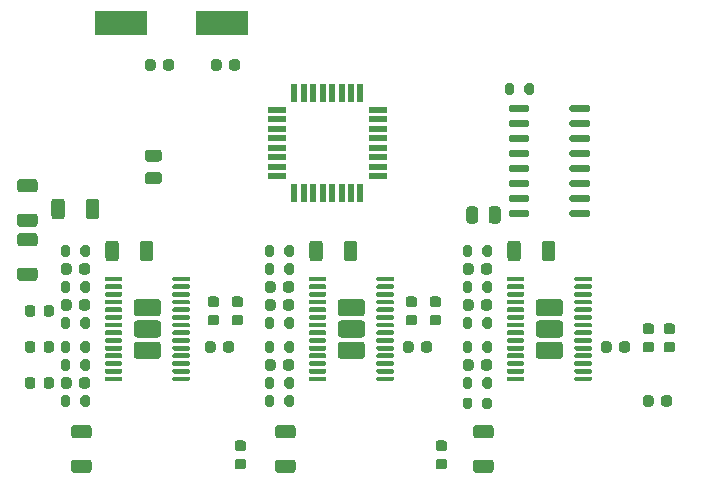
<source format=gbr>
%TF.GenerationSoftware,KiCad,Pcbnew,5.1.9+dfsg1-1*%
%TF.CreationDate,2021-12-01T21:23:14+01:00*%
%TF.ProjectId,stepper_board,73746570-7065-4725-9f62-6f6172642e6b,rev?*%
%TF.SameCoordinates,Original*%
%TF.FileFunction,Paste,Top*%
%TF.FilePolarity,Positive*%
%FSLAX46Y46*%
G04 Gerber Fmt 4.6, Leading zero omitted, Abs format (unit mm)*
G04 Created by KiCad (PCBNEW 5.1.9+dfsg1-1) date 2021-12-01 21:23:14*
%MOMM*%
%LPD*%
G01*
G04 APERTURE LIST*
%ADD10R,1.600000X0.550000*%
%ADD11R,0.550000X1.600000*%
%ADD12R,4.500000X2.000000*%
G04 APERTURE END LIST*
%TO.C,C11*%
G36*
G01*
X128782000Y-84907000D02*
X129282000Y-84907000D01*
G75*
G02*
X129507000Y-85132000I0J-225000D01*
G01*
X129507000Y-85582000D01*
G75*
G02*
X129282000Y-85807000I-225000J0D01*
G01*
X128782000Y-85807000D01*
G75*
G02*
X128557000Y-85582000I0J225000D01*
G01*
X128557000Y-85132000D01*
G75*
G02*
X128782000Y-84907000I225000J0D01*
G01*
G37*
G36*
G01*
X128782000Y-83357000D02*
X129282000Y-83357000D01*
G75*
G02*
X129507000Y-83582000I0J-225000D01*
G01*
X129507000Y-84032000D01*
G75*
G02*
X129282000Y-84257000I-225000J0D01*
G01*
X128782000Y-84257000D01*
G75*
G02*
X128557000Y-84032000I0J225000D01*
G01*
X128557000Y-83582000D01*
G75*
G02*
X128782000Y-83357000I225000J0D01*
G01*
G37*
%TD*%
%TO.C,R34*%
G36*
G01*
X79965000Y-85069000D02*
X79965000Y-85619000D01*
G75*
G02*
X79765000Y-85819000I-200000J0D01*
G01*
X79365000Y-85819000D01*
G75*
G02*
X79165000Y-85619000I0J200000D01*
G01*
X79165000Y-85069000D01*
G75*
G02*
X79365000Y-84869000I200000J0D01*
G01*
X79765000Y-84869000D01*
G75*
G02*
X79965000Y-85069000I0J-200000D01*
G01*
G37*
G36*
G01*
X78315000Y-85069000D02*
X78315000Y-85619000D01*
G75*
G02*
X78115000Y-85819000I-200000J0D01*
G01*
X77715000Y-85819000D01*
G75*
G02*
X77515000Y-85619000I0J200000D01*
G01*
X77515000Y-85069000D01*
G75*
G02*
X77715000Y-84869000I200000J0D01*
G01*
X78115000Y-84869000D01*
G75*
G02*
X78315000Y-85069000I0J-200000D01*
G01*
G37*
%TD*%
%TO.C,R2*%
G36*
G01*
X94787000Y-77491000D02*
X94787000Y-76941000D01*
G75*
G02*
X94987000Y-76741000I200000J0D01*
G01*
X95387000Y-76741000D01*
G75*
G02*
X95587000Y-76941000I0J-200000D01*
G01*
X95587000Y-77491000D01*
G75*
G02*
X95387000Y-77691000I-200000J0D01*
G01*
X94987000Y-77691000D01*
G75*
G02*
X94787000Y-77491000I0J200000D01*
G01*
G37*
G36*
G01*
X96437000Y-77491000D02*
X96437000Y-76941000D01*
G75*
G02*
X96637000Y-76741000I200000J0D01*
G01*
X97037000Y-76741000D01*
G75*
G02*
X97237000Y-76941000I0J-200000D01*
G01*
X97237000Y-77491000D01*
G75*
G02*
X97037000Y-77691000I-200000J0D01*
G01*
X96637000Y-77691000D01*
G75*
G02*
X96437000Y-77491000I0J200000D01*
G01*
G37*
%TD*%
%TO.C,C1*%
G36*
G01*
X95687000Y-80014000D02*
X95687000Y-80514000D01*
G75*
G02*
X95462000Y-80739000I-225000J0D01*
G01*
X95012000Y-80739000D01*
G75*
G02*
X94787000Y-80514000I0J225000D01*
G01*
X94787000Y-80014000D01*
G75*
G02*
X95012000Y-79789000I225000J0D01*
G01*
X95462000Y-79789000D01*
G75*
G02*
X95687000Y-80014000I0J-225000D01*
G01*
G37*
G36*
G01*
X97237000Y-80014000D02*
X97237000Y-80514000D01*
G75*
G02*
X97012000Y-80739000I-225000J0D01*
G01*
X96562000Y-80739000D01*
G75*
G02*
X96337000Y-80514000I0J225000D01*
G01*
X96337000Y-80014000D01*
G75*
G02*
X96562000Y-79789000I225000J0D01*
G01*
X97012000Y-79789000D01*
G75*
G02*
X97237000Y-80014000I0J-225000D01*
G01*
G37*
%TD*%
%TO.C,C2*%
G36*
G01*
X95687000Y-81538000D02*
X95687000Y-82038000D01*
G75*
G02*
X95462000Y-82263000I-225000J0D01*
G01*
X95012000Y-82263000D01*
G75*
G02*
X94787000Y-82038000I0J225000D01*
G01*
X94787000Y-81538000D01*
G75*
G02*
X95012000Y-81313000I225000J0D01*
G01*
X95462000Y-81313000D01*
G75*
G02*
X95687000Y-81538000I0J-225000D01*
G01*
G37*
G36*
G01*
X97237000Y-81538000D02*
X97237000Y-82038000D01*
G75*
G02*
X97012000Y-82263000I-225000J0D01*
G01*
X96562000Y-82263000D01*
G75*
G02*
X96337000Y-82038000I0J225000D01*
G01*
X96337000Y-81538000D01*
G75*
G02*
X96562000Y-81313000I225000J0D01*
G01*
X97012000Y-81313000D01*
G75*
G02*
X97237000Y-81538000I0J-225000D01*
G01*
G37*
%TD*%
%TO.C,C3*%
G36*
G01*
X95687000Y-86618000D02*
X95687000Y-87118000D01*
G75*
G02*
X95462000Y-87343000I-225000J0D01*
G01*
X95012000Y-87343000D01*
G75*
G02*
X94787000Y-87118000I0J225000D01*
G01*
X94787000Y-86618000D01*
G75*
G02*
X95012000Y-86393000I225000J0D01*
G01*
X95462000Y-86393000D01*
G75*
G02*
X95687000Y-86618000I0J-225000D01*
G01*
G37*
G36*
G01*
X97237000Y-86618000D02*
X97237000Y-87118000D01*
G75*
G02*
X97012000Y-87343000I-225000J0D01*
G01*
X96562000Y-87343000D01*
G75*
G02*
X96337000Y-87118000I0J225000D01*
G01*
X96337000Y-86618000D01*
G75*
G02*
X96562000Y-86393000I225000J0D01*
G01*
X97012000Y-86393000D01*
G75*
G02*
X97237000Y-86618000I0J-225000D01*
G01*
G37*
%TD*%
%TO.C,C4*%
G36*
G01*
X107438000Y-81971000D02*
X106938000Y-81971000D01*
G75*
G02*
X106713000Y-81746000I0J225000D01*
G01*
X106713000Y-81296000D01*
G75*
G02*
X106938000Y-81071000I225000J0D01*
G01*
X107438000Y-81071000D01*
G75*
G02*
X107663000Y-81296000I0J-225000D01*
G01*
X107663000Y-81746000D01*
G75*
G02*
X107438000Y-81971000I-225000J0D01*
G01*
G37*
G36*
G01*
X107438000Y-83521000D02*
X106938000Y-83521000D01*
G75*
G02*
X106713000Y-83296000I0J225000D01*
G01*
X106713000Y-82846000D01*
G75*
G02*
X106938000Y-82621000I225000J0D01*
G01*
X107438000Y-82621000D01*
G75*
G02*
X107663000Y-82846000I0J-225000D01*
G01*
X107663000Y-83296000D01*
G75*
G02*
X107438000Y-83521000I-225000J0D01*
G01*
G37*
%TD*%
%TO.C,C5*%
G36*
G01*
X108970000Y-82621000D02*
X109470000Y-82621000D01*
G75*
G02*
X109695000Y-82846000I0J-225000D01*
G01*
X109695000Y-83296000D01*
G75*
G02*
X109470000Y-83521000I-225000J0D01*
G01*
X108970000Y-83521000D01*
G75*
G02*
X108745000Y-83296000I0J225000D01*
G01*
X108745000Y-82846000D01*
G75*
G02*
X108970000Y-82621000I225000J0D01*
G01*
G37*
G36*
G01*
X108970000Y-81071000D02*
X109470000Y-81071000D01*
G75*
G02*
X109695000Y-81296000I0J-225000D01*
G01*
X109695000Y-81746000D01*
G75*
G02*
X109470000Y-81971000I-225000J0D01*
G01*
X108970000Y-81971000D01*
G75*
G02*
X108745000Y-81746000I0J225000D01*
G01*
X108745000Y-81296000D01*
G75*
G02*
X108970000Y-81071000I225000J0D01*
G01*
G37*
%TD*%
%TO.C,C6*%
G36*
G01*
X108921000Y-85094000D02*
X108921000Y-85594000D01*
G75*
G02*
X108696000Y-85819000I-225000J0D01*
G01*
X108246000Y-85819000D01*
G75*
G02*
X108021000Y-85594000I0J225000D01*
G01*
X108021000Y-85094000D01*
G75*
G02*
X108246000Y-84869000I225000J0D01*
G01*
X108696000Y-84869000D01*
G75*
G02*
X108921000Y-85094000I0J-225000D01*
G01*
G37*
G36*
G01*
X107371000Y-85094000D02*
X107371000Y-85594000D01*
G75*
G02*
X107146000Y-85819000I-225000J0D01*
G01*
X106696000Y-85819000D01*
G75*
G02*
X106471000Y-85594000I0J225000D01*
G01*
X106471000Y-85094000D01*
G75*
G02*
X106696000Y-84869000I225000J0D01*
G01*
X107146000Y-84869000D01*
G75*
G02*
X107371000Y-85094000I0J-225000D01*
G01*
G37*
%TD*%
%TO.C,C7*%
G36*
G01*
X114001000Y-78490000D02*
X114001000Y-78990000D01*
G75*
G02*
X113776000Y-79215000I-225000J0D01*
G01*
X113326000Y-79215000D01*
G75*
G02*
X113101000Y-78990000I0J225000D01*
G01*
X113101000Y-78490000D01*
G75*
G02*
X113326000Y-78265000I225000J0D01*
G01*
X113776000Y-78265000D01*
G75*
G02*
X114001000Y-78490000I0J-225000D01*
G01*
G37*
G36*
G01*
X112451000Y-78490000D02*
X112451000Y-78990000D01*
G75*
G02*
X112226000Y-79215000I-225000J0D01*
G01*
X111776000Y-79215000D01*
G75*
G02*
X111551000Y-78990000I0J225000D01*
G01*
X111551000Y-78490000D01*
G75*
G02*
X111776000Y-78265000I225000J0D01*
G01*
X112226000Y-78265000D01*
G75*
G02*
X112451000Y-78490000I0J-225000D01*
G01*
G37*
%TD*%
%TO.C,C8*%
G36*
G01*
X112451000Y-81538000D02*
X112451000Y-82038000D01*
G75*
G02*
X112226000Y-82263000I-225000J0D01*
G01*
X111776000Y-82263000D01*
G75*
G02*
X111551000Y-82038000I0J225000D01*
G01*
X111551000Y-81538000D01*
G75*
G02*
X111776000Y-81313000I225000J0D01*
G01*
X112226000Y-81313000D01*
G75*
G02*
X112451000Y-81538000I0J-225000D01*
G01*
G37*
G36*
G01*
X114001000Y-81538000D02*
X114001000Y-82038000D01*
G75*
G02*
X113776000Y-82263000I-225000J0D01*
G01*
X113326000Y-82263000D01*
G75*
G02*
X113101000Y-82038000I0J225000D01*
G01*
X113101000Y-81538000D01*
G75*
G02*
X113326000Y-81313000I225000J0D01*
G01*
X113776000Y-81313000D01*
G75*
G02*
X114001000Y-81538000I0J-225000D01*
G01*
G37*
%TD*%
%TO.C,C9*%
G36*
G01*
X112451000Y-86618000D02*
X112451000Y-87118000D01*
G75*
G02*
X112226000Y-87343000I-225000J0D01*
G01*
X111776000Y-87343000D01*
G75*
G02*
X111551000Y-87118000I0J225000D01*
G01*
X111551000Y-86618000D01*
G75*
G02*
X111776000Y-86393000I225000J0D01*
G01*
X112226000Y-86393000D01*
G75*
G02*
X112451000Y-86618000I0J-225000D01*
G01*
G37*
G36*
G01*
X114001000Y-86618000D02*
X114001000Y-87118000D01*
G75*
G02*
X113776000Y-87343000I-225000J0D01*
G01*
X113326000Y-87343000D01*
G75*
G02*
X113101000Y-87118000I0J225000D01*
G01*
X113101000Y-86618000D01*
G75*
G02*
X113326000Y-86393000I225000J0D01*
G01*
X113776000Y-86393000D01*
G75*
G02*
X114001000Y-86618000I0J-225000D01*
G01*
G37*
%TD*%
%TO.C,C10*%
G36*
G01*
X127504000Y-85807000D02*
X127004000Y-85807000D01*
G75*
G02*
X126779000Y-85582000I0J225000D01*
G01*
X126779000Y-85132000D01*
G75*
G02*
X127004000Y-84907000I225000J0D01*
G01*
X127504000Y-84907000D01*
G75*
G02*
X127729000Y-85132000I0J-225000D01*
G01*
X127729000Y-85582000D01*
G75*
G02*
X127504000Y-85807000I-225000J0D01*
G01*
G37*
G36*
G01*
X127504000Y-84257000D02*
X127004000Y-84257000D01*
G75*
G02*
X126779000Y-84032000I0J225000D01*
G01*
X126779000Y-83582000D01*
G75*
G02*
X127004000Y-83357000I225000J0D01*
G01*
X127504000Y-83357000D01*
G75*
G02*
X127729000Y-83582000I0J-225000D01*
G01*
X127729000Y-84032000D01*
G75*
G02*
X127504000Y-84257000I-225000J0D01*
G01*
G37*
%TD*%
%TO.C,C12*%
G36*
G01*
X125685000Y-85094000D02*
X125685000Y-85594000D01*
G75*
G02*
X125460000Y-85819000I-225000J0D01*
G01*
X125010000Y-85819000D01*
G75*
G02*
X124785000Y-85594000I0J225000D01*
G01*
X124785000Y-85094000D01*
G75*
G02*
X125010000Y-84869000I225000J0D01*
G01*
X125460000Y-84869000D01*
G75*
G02*
X125685000Y-85094000I0J-225000D01*
G01*
G37*
G36*
G01*
X124135000Y-85094000D02*
X124135000Y-85594000D01*
G75*
G02*
X123910000Y-85819000I-225000J0D01*
G01*
X123460000Y-85819000D01*
G75*
G02*
X123235000Y-85594000I0J225000D01*
G01*
X123235000Y-85094000D01*
G75*
G02*
X123460000Y-84869000I225000J0D01*
G01*
X123910000Y-84869000D01*
G75*
G02*
X124135000Y-85094000I0J-225000D01*
G01*
G37*
%TD*%
%TO.C,C16*%
G36*
G01*
X111834000Y-74643000D02*
X111834000Y-73693000D01*
G75*
G02*
X112084000Y-73443000I250000J0D01*
G01*
X112584000Y-73443000D01*
G75*
G02*
X112834000Y-73693000I0J-250000D01*
G01*
X112834000Y-74643000D01*
G75*
G02*
X112584000Y-74893000I-250000J0D01*
G01*
X112084000Y-74893000D01*
G75*
G02*
X111834000Y-74643000I0J250000D01*
G01*
G37*
G36*
G01*
X113734000Y-74643000D02*
X113734000Y-73693000D01*
G75*
G02*
X113984000Y-73443000I250000J0D01*
G01*
X114484000Y-73443000D01*
G75*
G02*
X114734000Y-73693000I0J-250000D01*
G01*
X114734000Y-74643000D01*
G75*
G02*
X114484000Y-74893000I-250000J0D01*
G01*
X113984000Y-74893000D01*
G75*
G02*
X113734000Y-74643000I0J250000D01*
G01*
G37*
%TD*%
%TO.C,C19*%
G36*
G01*
X84869000Y-70554000D02*
X85819000Y-70554000D01*
G75*
G02*
X86069000Y-70804000I0J-250000D01*
G01*
X86069000Y-71304000D01*
G75*
G02*
X85819000Y-71554000I-250000J0D01*
G01*
X84869000Y-71554000D01*
G75*
G02*
X84619000Y-71304000I0J250000D01*
G01*
X84619000Y-70804000D01*
G75*
G02*
X84869000Y-70554000I250000J0D01*
G01*
G37*
G36*
G01*
X84869000Y-68654000D02*
X85819000Y-68654000D01*
G75*
G02*
X86069000Y-68904000I0J-250000D01*
G01*
X86069000Y-69404000D01*
G75*
G02*
X85819000Y-69654000I-250000J0D01*
G01*
X84869000Y-69654000D01*
G75*
G02*
X84619000Y-69404000I0J250000D01*
G01*
X84619000Y-68904000D01*
G75*
G02*
X84869000Y-68654000I250000J0D01*
G01*
G37*
%TD*%
%TO.C,C20*%
G36*
G01*
X91115000Y-61218000D02*
X91115000Y-61718000D01*
G75*
G02*
X90890000Y-61943000I-225000J0D01*
G01*
X90440000Y-61943000D01*
G75*
G02*
X90215000Y-61718000I0J225000D01*
G01*
X90215000Y-61218000D01*
G75*
G02*
X90440000Y-60993000I225000J0D01*
G01*
X90890000Y-60993000D01*
G75*
G02*
X91115000Y-61218000I0J-225000D01*
G01*
G37*
G36*
G01*
X92665000Y-61218000D02*
X92665000Y-61718000D01*
G75*
G02*
X92440000Y-61943000I-225000J0D01*
G01*
X91990000Y-61943000D01*
G75*
G02*
X91765000Y-61718000I0J225000D01*
G01*
X91765000Y-61218000D01*
G75*
G02*
X91990000Y-60993000I225000J0D01*
G01*
X92440000Y-60993000D01*
G75*
G02*
X92665000Y-61218000I0J-225000D01*
G01*
G37*
%TD*%
%TO.C,C24*%
G36*
G01*
X84627000Y-61718000D02*
X84627000Y-61218000D01*
G75*
G02*
X84852000Y-60993000I225000J0D01*
G01*
X85302000Y-60993000D01*
G75*
G02*
X85527000Y-61218000I0J-225000D01*
G01*
X85527000Y-61718000D01*
G75*
G02*
X85302000Y-61943000I-225000J0D01*
G01*
X84852000Y-61943000D01*
G75*
G02*
X84627000Y-61718000I0J225000D01*
G01*
G37*
G36*
G01*
X86177000Y-61718000D02*
X86177000Y-61218000D01*
G75*
G02*
X86402000Y-60993000I225000J0D01*
G01*
X86852000Y-60993000D01*
G75*
G02*
X87077000Y-61218000I0J-225000D01*
G01*
X87077000Y-61718000D01*
G75*
G02*
X86852000Y-61943000I-225000J0D01*
G01*
X86402000Y-61943000D01*
G75*
G02*
X86177000Y-61718000I0J225000D01*
G01*
G37*
%TD*%
%TO.C,C25*%
G36*
G01*
X79965000Y-78490000D02*
X79965000Y-78990000D01*
G75*
G02*
X79740000Y-79215000I-225000J0D01*
G01*
X79290000Y-79215000D01*
G75*
G02*
X79065000Y-78990000I0J225000D01*
G01*
X79065000Y-78490000D01*
G75*
G02*
X79290000Y-78265000I225000J0D01*
G01*
X79740000Y-78265000D01*
G75*
G02*
X79965000Y-78490000I0J-225000D01*
G01*
G37*
G36*
G01*
X78415000Y-78490000D02*
X78415000Y-78990000D01*
G75*
G02*
X78190000Y-79215000I-225000J0D01*
G01*
X77740000Y-79215000D01*
G75*
G02*
X77515000Y-78990000I0J225000D01*
G01*
X77515000Y-78490000D01*
G75*
G02*
X77740000Y-78265000I225000J0D01*
G01*
X78190000Y-78265000D01*
G75*
G02*
X78415000Y-78490000I0J-225000D01*
G01*
G37*
%TD*%
%TO.C,C26*%
G36*
G01*
X78415000Y-81538000D02*
X78415000Y-82038000D01*
G75*
G02*
X78190000Y-82263000I-225000J0D01*
G01*
X77740000Y-82263000D01*
G75*
G02*
X77515000Y-82038000I0J225000D01*
G01*
X77515000Y-81538000D01*
G75*
G02*
X77740000Y-81313000I225000J0D01*
G01*
X78190000Y-81313000D01*
G75*
G02*
X78415000Y-81538000I0J-225000D01*
G01*
G37*
G36*
G01*
X79965000Y-81538000D02*
X79965000Y-82038000D01*
G75*
G02*
X79740000Y-82263000I-225000J0D01*
G01*
X79290000Y-82263000D01*
G75*
G02*
X79065000Y-82038000I0J225000D01*
G01*
X79065000Y-81538000D01*
G75*
G02*
X79290000Y-81313000I225000J0D01*
G01*
X79740000Y-81313000D01*
G75*
G02*
X79965000Y-81538000I0J-225000D01*
G01*
G37*
%TD*%
%TO.C,C27*%
G36*
G01*
X79965000Y-88142000D02*
X79965000Y-88642000D01*
G75*
G02*
X79740000Y-88867000I-225000J0D01*
G01*
X79290000Y-88867000D01*
G75*
G02*
X79065000Y-88642000I0J225000D01*
G01*
X79065000Y-88142000D01*
G75*
G02*
X79290000Y-87917000I225000J0D01*
G01*
X79740000Y-87917000D01*
G75*
G02*
X79965000Y-88142000I0J-225000D01*
G01*
G37*
G36*
G01*
X78415000Y-88142000D02*
X78415000Y-88642000D01*
G75*
G02*
X78190000Y-88867000I-225000J0D01*
G01*
X77740000Y-88867000D01*
G75*
G02*
X77515000Y-88642000I0J225000D01*
G01*
X77515000Y-88142000D01*
G75*
G02*
X77740000Y-87917000I225000J0D01*
G01*
X78190000Y-87917000D01*
G75*
G02*
X78415000Y-88142000I0J-225000D01*
G01*
G37*
%TD*%
%TO.C,C28*%
G36*
G01*
X90674000Y-83521000D02*
X90174000Y-83521000D01*
G75*
G02*
X89949000Y-83296000I0J225000D01*
G01*
X89949000Y-82846000D01*
G75*
G02*
X90174000Y-82621000I225000J0D01*
G01*
X90674000Y-82621000D01*
G75*
G02*
X90899000Y-82846000I0J-225000D01*
G01*
X90899000Y-83296000D01*
G75*
G02*
X90674000Y-83521000I-225000J0D01*
G01*
G37*
G36*
G01*
X90674000Y-81971000D02*
X90174000Y-81971000D01*
G75*
G02*
X89949000Y-81746000I0J225000D01*
G01*
X89949000Y-81296000D01*
G75*
G02*
X90174000Y-81071000I225000J0D01*
G01*
X90674000Y-81071000D01*
G75*
G02*
X90899000Y-81296000I0J-225000D01*
G01*
X90899000Y-81746000D01*
G75*
G02*
X90674000Y-81971000I-225000J0D01*
G01*
G37*
%TD*%
%TO.C,C29*%
G36*
G01*
X92206000Y-81071000D02*
X92706000Y-81071000D01*
G75*
G02*
X92931000Y-81296000I0J-225000D01*
G01*
X92931000Y-81746000D01*
G75*
G02*
X92706000Y-81971000I-225000J0D01*
G01*
X92206000Y-81971000D01*
G75*
G02*
X91981000Y-81746000I0J225000D01*
G01*
X91981000Y-81296000D01*
G75*
G02*
X92206000Y-81071000I225000J0D01*
G01*
G37*
G36*
G01*
X92206000Y-82621000D02*
X92706000Y-82621000D01*
G75*
G02*
X92931000Y-82846000I0J-225000D01*
G01*
X92931000Y-83296000D01*
G75*
G02*
X92706000Y-83521000I-225000J0D01*
G01*
X92206000Y-83521000D01*
G75*
G02*
X91981000Y-83296000I0J225000D01*
G01*
X91981000Y-82846000D01*
G75*
G02*
X92206000Y-82621000I225000J0D01*
G01*
G37*
%TD*%
%TO.C,C30*%
G36*
G01*
X92157000Y-85094000D02*
X92157000Y-85594000D01*
G75*
G02*
X91932000Y-85819000I-225000J0D01*
G01*
X91482000Y-85819000D01*
G75*
G02*
X91257000Y-85594000I0J225000D01*
G01*
X91257000Y-85094000D01*
G75*
G02*
X91482000Y-84869000I225000J0D01*
G01*
X91932000Y-84869000D01*
G75*
G02*
X92157000Y-85094000I0J-225000D01*
G01*
G37*
G36*
G01*
X90607000Y-85094000D02*
X90607000Y-85594000D01*
G75*
G02*
X90382000Y-85819000I-225000J0D01*
G01*
X89932000Y-85819000D01*
G75*
G02*
X89707000Y-85594000I0J225000D01*
G01*
X89707000Y-85094000D01*
G75*
G02*
X89932000Y-84869000I225000J0D01*
G01*
X90382000Y-84869000D01*
G75*
G02*
X90607000Y-85094000I0J-225000D01*
G01*
G37*
%TD*%
%TO.C,ST*%
G36*
G01*
X76917000Y-82039750D02*
X76917000Y-82552250D01*
G75*
G02*
X76698250Y-82771000I-218750J0D01*
G01*
X76260750Y-82771000D01*
G75*
G02*
X76042000Y-82552250I0J218750D01*
G01*
X76042000Y-82039750D01*
G75*
G02*
X76260750Y-81821000I218750J0D01*
G01*
X76698250Y-81821000D01*
G75*
G02*
X76917000Y-82039750I0J-218750D01*
G01*
G37*
G36*
G01*
X75342000Y-82039750D02*
X75342000Y-82552250D01*
G75*
G02*
X75123250Y-82771000I-218750J0D01*
G01*
X74685750Y-82771000D01*
G75*
G02*
X74467000Y-82552250I0J218750D01*
G01*
X74467000Y-82039750D01*
G75*
G02*
X74685750Y-81821000I218750J0D01*
G01*
X75123250Y-81821000D01*
G75*
G02*
X75342000Y-82039750I0J-218750D01*
G01*
G37*
%TD*%
%TO.C,5V*%
G36*
G01*
X75342000Y-85087750D02*
X75342000Y-85600250D01*
G75*
G02*
X75123250Y-85819000I-218750J0D01*
G01*
X74685750Y-85819000D01*
G75*
G02*
X74467000Y-85600250I0J218750D01*
G01*
X74467000Y-85087750D01*
G75*
G02*
X74685750Y-84869000I218750J0D01*
G01*
X75123250Y-84869000D01*
G75*
G02*
X75342000Y-85087750I0J-218750D01*
G01*
G37*
G36*
G01*
X76917000Y-85087750D02*
X76917000Y-85600250D01*
G75*
G02*
X76698250Y-85819000I-218750J0D01*
G01*
X76260750Y-85819000D01*
G75*
G02*
X76042000Y-85600250I0J218750D01*
G01*
X76042000Y-85087750D01*
G75*
G02*
X76260750Y-84869000I218750J0D01*
G01*
X76698250Y-84869000D01*
G75*
G02*
X76917000Y-85087750I0J-218750D01*
G01*
G37*
%TD*%
%TO.C,12V*%
G36*
G01*
X76917000Y-88135750D02*
X76917000Y-88648250D01*
G75*
G02*
X76698250Y-88867000I-218750J0D01*
G01*
X76260750Y-88867000D01*
G75*
G02*
X76042000Y-88648250I0J218750D01*
G01*
X76042000Y-88135750D01*
G75*
G02*
X76260750Y-87917000I218750J0D01*
G01*
X76698250Y-87917000D01*
G75*
G02*
X76917000Y-88135750I0J-218750D01*
G01*
G37*
G36*
G01*
X75342000Y-88135750D02*
X75342000Y-88648250D01*
G75*
G02*
X75123250Y-88867000I-218750J0D01*
G01*
X74685750Y-88867000D01*
G75*
G02*
X74467000Y-88648250I0J218750D01*
G01*
X74467000Y-88135750D01*
G75*
G02*
X74685750Y-87917000I218750J0D01*
G01*
X75123250Y-87917000D01*
G75*
G02*
X75342000Y-88135750I0J-218750D01*
G01*
G37*
%TD*%
%TO.C,R1*%
G36*
G01*
X97237000Y-83037000D02*
X97237000Y-83587000D01*
G75*
G02*
X97037000Y-83787000I-200000J0D01*
G01*
X96637000Y-83787000D01*
G75*
G02*
X96437000Y-83587000I0J200000D01*
G01*
X96437000Y-83037000D01*
G75*
G02*
X96637000Y-82837000I200000J0D01*
G01*
X97037000Y-82837000D01*
G75*
G02*
X97237000Y-83037000I0J-200000D01*
G01*
G37*
G36*
G01*
X95587000Y-83037000D02*
X95587000Y-83587000D01*
G75*
G02*
X95387000Y-83787000I-200000J0D01*
G01*
X94987000Y-83787000D01*
G75*
G02*
X94787000Y-83587000I0J200000D01*
G01*
X94787000Y-83037000D01*
G75*
G02*
X94987000Y-82837000I200000J0D01*
G01*
X95387000Y-82837000D01*
G75*
G02*
X95587000Y-83037000I0J-200000D01*
G01*
G37*
%TD*%
%TO.C,R3*%
G36*
G01*
X95587000Y-78465000D02*
X95587000Y-79015000D01*
G75*
G02*
X95387000Y-79215000I-200000J0D01*
G01*
X94987000Y-79215000D01*
G75*
G02*
X94787000Y-79015000I0J200000D01*
G01*
X94787000Y-78465000D01*
G75*
G02*
X94987000Y-78265000I200000J0D01*
G01*
X95387000Y-78265000D01*
G75*
G02*
X95587000Y-78465000I0J-200000D01*
G01*
G37*
G36*
G01*
X97237000Y-78465000D02*
X97237000Y-79015000D01*
G75*
G02*
X97037000Y-79215000I-200000J0D01*
G01*
X96637000Y-79215000D01*
G75*
G02*
X96437000Y-79015000I0J200000D01*
G01*
X96437000Y-78465000D01*
G75*
G02*
X96637000Y-78265000I200000J0D01*
G01*
X97037000Y-78265000D01*
G75*
G02*
X97237000Y-78465000I0J-200000D01*
G01*
G37*
%TD*%
%TO.C,R4*%
G36*
G01*
X95587000Y-88117000D02*
X95587000Y-88667000D01*
G75*
G02*
X95387000Y-88867000I-200000J0D01*
G01*
X94987000Y-88867000D01*
G75*
G02*
X94787000Y-88667000I0J200000D01*
G01*
X94787000Y-88117000D01*
G75*
G02*
X94987000Y-87917000I200000J0D01*
G01*
X95387000Y-87917000D01*
G75*
G02*
X95587000Y-88117000I0J-200000D01*
G01*
G37*
G36*
G01*
X97237000Y-88117000D02*
X97237000Y-88667000D01*
G75*
G02*
X97037000Y-88867000I-200000J0D01*
G01*
X96637000Y-88867000D01*
G75*
G02*
X96437000Y-88667000I0J200000D01*
G01*
X96437000Y-88117000D01*
G75*
G02*
X96637000Y-87917000I200000J0D01*
G01*
X97037000Y-87917000D01*
G75*
G02*
X97237000Y-88117000I0J-200000D01*
G01*
G37*
%TD*%
%TO.C,R5*%
G36*
G01*
X95587000Y-89641000D02*
X95587000Y-90191000D01*
G75*
G02*
X95387000Y-90391000I-200000J0D01*
G01*
X94987000Y-90391000D01*
G75*
G02*
X94787000Y-90191000I0J200000D01*
G01*
X94787000Y-89641000D01*
G75*
G02*
X94987000Y-89441000I200000J0D01*
G01*
X95387000Y-89441000D01*
G75*
G02*
X95587000Y-89641000I0J-200000D01*
G01*
G37*
G36*
G01*
X97237000Y-89641000D02*
X97237000Y-90191000D01*
G75*
G02*
X97037000Y-90391000I-200000J0D01*
G01*
X96637000Y-90391000D01*
G75*
G02*
X96437000Y-90191000I0J200000D01*
G01*
X96437000Y-89641000D01*
G75*
G02*
X96637000Y-89441000I200000J0D01*
G01*
X97037000Y-89441000D01*
G75*
G02*
X97237000Y-89641000I0J-200000D01*
G01*
G37*
%TD*%
%TO.C,R6*%
G36*
G01*
X97237000Y-85069000D02*
X97237000Y-85619000D01*
G75*
G02*
X97037000Y-85819000I-200000J0D01*
G01*
X96637000Y-85819000D01*
G75*
G02*
X96437000Y-85619000I0J200000D01*
G01*
X96437000Y-85069000D01*
G75*
G02*
X96637000Y-84869000I200000J0D01*
G01*
X97037000Y-84869000D01*
G75*
G02*
X97237000Y-85069000I0J-200000D01*
G01*
G37*
G36*
G01*
X95587000Y-85069000D02*
X95587000Y-85619000D01*
G75*
G02*
X95387000Y-85819000I-200000J0D01*
G01*
X94987000Y-85819000D01*
G75*
G02*
X94787000Y-85619000I0J200000D01*
G01*
X94787000Y-85069000D01*
G75*
G02*
X94987000Y-84869000I200000J0D01*
G01*
X95387000Y-84869000D01*
G75*
G02*
X95587000Y-85069000I0J-200000D01*
G01*
G37*
%TD*%
%TO.C,R7*%
G36*
G01*
X101484000Y-77841001D02*
X101484000Y-76590999D01*
G75*
G02*
X101733999Y-76341000I249999J0D01*
G01*
X102359001Y-76341000D01*
G75*
G02*
X102609000Y-76590999I0J-249999D01*
G01*
X102609000Y-77841001D01*
G75*
G02*
X102359001Y-78091000I-249999J0D01*
G01*
X101733999Y-78091000D01*
G75*
G02*
X101484000Y-77841001I0J249999D01*
G01*
G37*
G36*
G01*
X98559000Y-77841001D02*
X98559000Y-76590999D01*
G75*
G02*
X98808999Y-76341000I249999J0D01*
G01*
X99434001Y-76341000D01*
G75*
G02*
X99684000Y-76590999I0J-249999D01*
G01*
X99684000Y-77841001D01*
G75*
G02*
X99434001Y-78091000I-249999J0D01*
G01*
X98808999Y-78091000D01*
G75*
G02*
X98559000Y-77841001I0J249999D01*
G01*
G37*
%TD*%
%TO.C,R8*%
G36*
G01*
X95894999Y-94880000D02*
X97145001Y-94880000D01*
G75*
G02*
X97395000Y-95129999I0J-249999D01*
G01*
X97395000Y-95755001D01*
G75*
G02*
X97145001Y-96005000I-249999J0D01*
G01*
X95894999Y-96005000D01*
G75*
G02*
X95645000Y-95755001I0J249999D01*
G01*
X95645000Y-95129999D01*
G75*
G02*
X95894999Y-94880000I249999J0D01*
G01*
G37*
G36*
G01*
X95894999Y-91955000D02*
X97145001Y-91955000D01*
G75*
G02*
X97395000Y-92204999I0J-249999D01*
G01*
X97395000Y-92830001D01*
G75*
G02*
X97145001Y-93080000I-249999J0D01*
G01*
X95894999Y-93080000D01*
G75*
G02*
X95645000Y-92830001I0J249999D01*
G01*
X95645000Y-92204999D01*
G75*
G02*
X95894999Y-91955000I249999J0D01*
G01*
G37*
%TD*%
%TO.C,R9*%
G36*
G01*
X112351000Y-83037000D02*
X112351000Y-83587000D01*
G75*
G02*
X112151000Y-83787000I-200000J0D01*
G01*
X111751000Y-83787000D01*
G75*
G02*
X111551000Y-83587000I0J200000D01*
G01*
X111551000Y-83037000D01*
G75*
G02*
X111751000Y-82837000I200000J0D01*
G01*
X112151000Y-82837000D01*
G75*
G02*
X112351000Y-83037000I0J-200000D01*
G01*
G37*
G36*
G01*
X114001000Y-83037000D02*
X114001000Y-83587000D01*
G75*
G02*
X113801000Y-83787000I-200000J0D01*
G01*
X113401000Y-83787000D01*
G75*
G02*
X113201000Y-83587000I0J200000D01*
G01*
X113201000Y-83037000D01*
G75*
G02*
X113401000Y-82837000I200000J0D01*
G01*
X113801000Y-82837000D01*
G75*
G02*
X114001000Y-83037000I0J-200000D01*
G01*
G37*
%TD*%
%TO.C,R10*%
G36*
G01*
X113201000Y-77491000D02*
X113201000Y-76941000D01*
G75*
G02*
X113401000Y-76741000I200000J0D01*
G01*
X113801000Y-76741000D01*
G75*
G02*
X114001000Y-76941000I0J-200000D01*
G01*
X114001000Y-77491000D01*
G75*
G02*
X113801000Y-77691000I-200000J0D01*
G01*
X113401000Y-77691000D01*
G75*
G02*
X113201000Y-77491000I0J200000D01*
G01*
G37*
G36*
G01*
X111551000Y-77491000D02*
X111551000Y-76941000D01*
G75*
G02*
X111751000Y-76741000I200000J0D01*
G01*
X112151000Y-76741000D01*
G75*
G02*
X112351000Y-76941000I0J-200000D01*
G01*
X112351000Y-77491000D01*
G75*
G02*
X112151000Y-77691000I-200000J0D01*
G01*
X111751000Y-77691000D01*
G75*
G02*
X111551000Y-77491000I0J200000D01*
G01*
G37*
%TD*%
%TO.C,R11*%
G36*
G01*
X114001000Y-79989000D02*
X114001000Y-80539000D01*
G75*
G02*
X113801000Y-80739000I-200000J0D01*
G01*
X113401000Y-80739000D01*
G75*
G02*
X113201000Y-80539000I0J200000D01*
G01*
X113201000Y-79989000D01*
G75*
G02*
X113401000Y-79789000I200000J0D01*
G01*
X113801000Y-79789000D01*
G75*
G02*
X114001000Y-79989000I0J-200000D01*
G01*
G37*
G36*
G01*
X112351000Y-79989000D02*
X112351000Y-80539000D01*
G75*
G02*
X112151000Y-80739000I-200000J0D01*
G01*
X111751000Y-80739000D01*
G75*
G02*
X111551000Y-80539000I0J200000D01*
G01*
X111551000Y-79989000D01*
G75*
G02*
X111751000Y-79789000I200000J0D01*
G01*
X112151000Y-79789000D01*
G75*
G02*
X112351000Y-79989000I0J-200000D01*
G01*
G37*
%TD*%
%TO.C,R12*%
G36*
G01*
X114001000Y-88117000D02*
X114001000Y-88667000D01*
G75*
G02*
X113801000Y-88867000I-200000J0D01*
G01*
X113401000Y-88867000D01*
G75*
G02*
X113201000Y-88667000I0J200000D01*
G01*
X113201000Y-88117000D01*
G75*
G02*
X113401000Y-87917000I200000J0D01*
G01*
X113801000Y-87917000D01*
G75*
G02*
X114001000Y-88117000I0J-200000D01*
G01*
G37*
G36*
G01*
X112351000Y-88117000D02*
X112351000Y-88667000D01*
G75*
G02*
X112151000Y-88867000I-200000J0D01*
G01*
X111751000Y-88867000D01*
G75*
G02*
X111551000Y-88667000I0J200000D01*
G01*
X111551000Y-88117000D01*
G75*
G02*
X111751000Y-87917000I200000J0D01*
G01*
X112151000Y-87917000D01*
G75*
G02*
X112351000Y-88117000I0J-200000D01*
G01*
G37*
%TD*%
%TO.C,R13*%
G36*
G01*
X114001000Y-89832000D02*
X114001000Y-90382000D01*
G75*
G02*
X113801000Y-90582000I-200000J0D01*
G01*
X113401000Y-90582000D01*
G75*
G02*
X113201000Y-90382000I0J200000D01*
G01*
X113201000Y-89832000D01*
G75*
G02*
X113401000Y-89632000I200000J0D01*
G01*
X113801000Y-89632000D01*
G75*
G02*
X114001000Y-89832000I0J-200000D01*
G01*
G37*
G36*
G01*
X112351000Y-89832000D02*
X112351000Y-90382000D01*
G75*
G02*
X112151000Y-90582000I-200000J0D01*
G01*
X111751000Y-90582000D01*
G75*
G02*
X111551000Y-90382000I0J200000D01*
G01*
X111551000Y-89832000D01*
G75*
G02*
X111751000Y-89632000I200000J0D01*
G01*
X112151000Y-89632000D01*
G75*
G02*
X112351000Y-89832000I0J-200000D01*
G01*
G37*
%TD*%
%TO.C,R14*%
G36*
G01*
X112351000Y-85069000D02*
X112351000Y-85619000D01*
G75*
G02*
X112151000Y-85819000I-200000J0D01*
G01*
X111751000Y-85819000D01*
G75*
G02*
X111551000Y-85619000I0J200000D01*
G01*
X111551000Y-85069000D01*
G75*
G02*
X111751000Y-84869000I200000J0D01*
G01*
X112151000Y-84869000D01*
G75*
G02*
X112351000Y-85069000I0J-200000D01*
G01*
G37*
G36*
G01*
X114001000Y-85069000D02*
X114001000Y-85619000D01*
G75*
G02*
X113801000Y-85819000I-200000J0D01*
G01*
X113401000Y-85819000D01*
G75*
G02*
X113201000Y-85619000I0J200000D01*
G01*
X113201000Y-85069000D01*
G75*
G02*
X113401000Y-84869000I200000J0D01*
G01*
X113801000Y-84869000D01*
G75*
G02*
X114001000Y-85069000I0J-200000D01*
G01*
G37*
%TD*%
%TO.C,R15*%
G36*
G01*
X118248000Y-77841001D02*
X118248000Y-76590999D01*
G75*
G02*
X118497999Y-76341000I249999J0D01*
G01*
X119123001Y-76341000D01*
G75*
G02*
X119373000Y-76590999I0J-249999D01*
G01*
X119373000Y-77841001D01*
G75*
G02*
X119123001Y-78091000I-249999J0D01*
G01*
X118497999Y-78091000D01*
G75*
G02*
X118248000Y-77841001I0J249999D01*
G01*
G37*
G36*
G01*
X115323000Y-77841001D02*
X115323000Y-76590999D01*
G75*
G02*
X115572999Y-76341000I249999J0D01*
G01*
X116198001Y-76341000D01*
G75*
G02*
X116448000Y-76590999I0J-249999D01*
G01*
X116448000Y-77841001D01*
G75*
G02*
X116198001Y-78091000I-249999J0D01*
G01*
X115572999Y-78091000D01*
G75*
G02*
X115323000Y-77841001I0J249999D01*
G01*
G37*
%TD*%
%TO.C,R16*%
G36*
G01*
X112658999Y-91955000D02*
X113909001Y-91955000D01*
G75*
G02*
X114159000Y-92204999I0J-249999D01*
G01*
X114159000Y-92830001D01*
G75*
G02*
X113909001Y-93080000I-249999J0D01*
G01*
X112658999Y-93080000D01*
G75*
G02*
X112409000Y-92830001I0J249999D01*
G01*
X112409000Y-92204999D01*
G75*
G02*
X112658999Y-91955000I249999J0D01*
G01*
G37*
G36*
G01*
X112658999Y-94880000D02*
X113909001Y-94880000D01*
G75*
G02*
X114159000Y-95129999I0J-249999D01*
G01*
X114159000Y-95755001D01*
G75*
G02*
X113909001Y-96005000I-249999J0D01*
G01*
X112658999Y-96005000D01*
G75*
G02*
X112409000Y-95755001I0J249999D01*
G01*
X112409000Y-95129999D01*
G75*
G02*
X112658999Y-94880000I249999J0D01*
G01*
G37*
%TD*%
%TO.C,R25*%
G36*
G01*
X77840000Y-73034999D02*
X77840000Y-74285001D01*
G75*
G02*
X77590001Y-74535000I-249999J0D01*
G01*
X76964999Y-74535000D01*
G75*
G02*
X76715000Y-74285001I0J249999D01*
G01*
X76715000Y-73034999D01*
G75*
G02*
X76964999Y-72785000I249999J0D01*
G01*
X77590001Y-72785000D01*
G75*
G02*
X77840000Y-73034999I0J-249999D01*
G01*
G37*
G36*
G01*
X80765000Y-73034999D02*
X80765000Y-74285001D01*
G75*
G02*
X80515001Y-74535000I-249999J0D01*
G01*
X79889999Y-74535000D01*
G75*
G02*
X79640000Y-74285001I0J249999D01*
G01*
X79640000Y-73034999D01*
G75*
G02*
X79889999Y-72785000I249999J0D01*
G01*
X80515001Y-72785000D01*
G75*
G02*
X80765000Y-73034999I0J-249999D01*
G01*
G37*
%TD*%
%TO.C,R26*%
G36*
G01*
X74050999Y-71127000D02*
X75301001Y-71127000D01*
G75*
G02*
X75551000Y-71376999I0J-249999D01*
G01*
X75551000Y-72002001D01*
G75*
G02*
X75301001Y-72252000I-249999J0D01*
G01*
X74050999Y-72252000D01*
G75*
G02*
X73801000Y-72002001I0J249999D01*
G01*
X73801000Y-71376999D01*
G75*
G02*
X74050999Y-71127000I249999J0D01*
G01*
G37*
G36*
G01*
X74050999Y-74052000D02*
X75301001Y-74052000D01*
G75*
G02*
X75551000Y-74301999I0J-249999D01*
G01*
X75551000Y-74927001D01*
G75*
G02*
X75301001Y-75177000I-249999J0D01*
G01*
X74050999Y-75177000D01*
G75*
G02*
X73801000Y-74927001I0J249999D01*
G01*
X73801000Y-74301999D01*
G75*
G02*
X74050999Y-74052000I249999J0D01*
G01*
G37*
%TD*%
%TO.C,R27*%
G36*
G01*
X74050999Y-75699000D02*
X75301001Y-75699000D01*
G75*
G02*
X75551000Y-75948999I0J-249999D01*
G01*
X75551000Y-76574001D01*
G75*
G02*
X75301001Y-76824000I-249999J0D01*
G01*
X74050999Y-76824000D01*
G75*
G02*
X73801000Y-76574001I0J249999D01*
G01*
X73801000Y-75948999D01*
G75*
G02*
X74050999Y-75699000I249999J0D01*
G01*
G37*
G36*
G01*
X74050999Y-78624000D02*
X75301001Y-78624000D01*
G75*
G02*
X75551000Y-78873999I0J-249999D01*
G01*
X75551000Y-79499001D01*
G75*
G02*
X75301001Y-79749000I-249999J0D01*
G01*
X74050999Y-79749000D01*
G75*
G02*
X73801000Y-79499001I0J249999D01*
G01*
X73801000Y-78873999D01*
G75*
G02*
X74050999Y-78624000I249999J0D01*
G01*
G37*
%TD*%
%TO.C,R28*%
G36*
G01*
X117557000Y-63225000D02*
X117557000Y-63775000D01*
G75*
G02*
X117357000Y-63975000I-200000J0D01*
G01*
X116957000Y-63975000D01*
G75*
G02*
X116757000Y-63775000I0J200000D01*
G01*
X116757000Y-63225000D01*
G75*
G02*
X116957000Y-63025000I200000J0D01*
G01*
X117357000Y-63025000D01*
G75*
G02*
X117557000Y-63225000I0J-200000D01*
G01*
G37*
G36*
G01*
X115907000Y-63225000D02*
X115907000Y-63775000D01*
G75*
G02*
X115707000Y-63975000I-200000J0D01*
G01*
X115307000Y-63975000D01*
G75*
G02*
X115107000Y-63775000I0J200000D01*
G01*
X115107000Y-63225000D01*
G75*
G02*
X115307000Y-63025000I200000J0D01*
G01*
X115707000Y-63025000D01*
G75*
G02*
X115907000Y-63225000I0J-200000D01*
G01*
G37*
%TD*%
%TO.C,R29*%
G36*
G01*
X78315000Y-83037000D02*
X78315000Y-83587000D01*
G75*
G02*
X78115000Y-83787000I-200000J0D01*
G01*
X77715000Y-83787000D01*
G75*
G02*
X77515000Y-83587000I0J200000D01*
G01*
X77515000Y-83037000D01*
G75*
G02*
X77715000Y-82837000I200000J0D01*
G01*
X78115000Y-82837000D01*
G75*
G02*
X78315000Y-83037000I0J-200000D01*
G01*
G37*
G36*
G01*
X79965000Y-83037000D02*
X79965000Y-83587000D01*
G75*
G02*
X79765000Y-83787000I-200000J0D01*
G01*
X79365000Y-83787000D01*
G75*
G02*
X79165000Y-83587000I0J200000D01*
G01*
X79165000Y-83037000D01*
G75*
G02*
X79365000Y-82837000I200000J0D01*
G01*
X79765000Y-82837000D01*
G75*
G02*
X79965000Y-83037000I0J-200000D01*
G01*
G37*
%TD*%
%TO.C,R30*%
G36*
G01*
X77515000Y-77491000D02*
X77515000Y-76941000D01*
G75*
G02*
X77715000Y-76741000I200000J0D01*
G01*
X78115000Y-76741000D01*
G75*
G02*
X78315000Y-76941000I0J-200000D01*
G01*
X78315000Y-77491000D01*
G75*
G02*
X78115000Y-77691000I-200000J0D01*
G01*
X77715000Y-77691000D01*
G75*
G02*
X77515000Y-77491000I0J200000D01*
G01*
G37*
G36*
G01*
X79165000Y-77491000D02*
X79165000Y-76941000D01*
G75*
G02*
X79365000Y-76741000I200000J0D01*
G01*
X79765000Y-76741000D01*
G75*
G02*
X79965000Y-76941000I0J-200000D01*
G01*
X79965000Y-77491000D01*
G75*
G02*
X79765000Y-77691000I-200000J0D01*
G01*
X79365000Y-77691000D01*
G75*
G02*
X79165000Y-77491000I0J200000D01*
G01*
G37*
%TD*%
%TO.C,R31*%
G36*
G01*
X78315000Y-79989000D02*
X78315000Y-80539000D01*
G75*
G02*
X78115000Y-80739000I-200000J0D01*
G01*
X77715000Y-80739000D01*
G75*
G02*
X77515000Y-80539000I0J200000D01*
G01*
X77515000Y-79989000D01*
G75*
G02*
X77715000Y-79789000I200000J0D01*
G01*
X78115000Y-79789000D01*
G75*
G02*
X78315000Y-79989000I0J-200000D01*
G01*
G37*
G36*
G01*
X79965000Y-79989000D02*
X79965000Y-80539000D01*
G75*
G02*
X79765000Y-80739000I-200000J0D01*
G01*
X79365000Y-80739000D01*
G75*
G02*
X79165000Y-80539000I0J200000D01*
G01*
X79165000Y-79989000D01*
G75*
G02*
X79365000Y-79789000I200000J0D01*
G01*
X79765000Y-79789000D01*
G75*
G02*
X79965000Y-79989000I0J-200000D01*
G01*
G37*
%TD*%
%TO.C,R32*%
G36*
G01*
X79965000Y-86593000D02*
X79965000Y-87143000D01*
G75*
G02*
X79765000Y-87343000I-200000J0D01*
G01*
X79365000Y-87343000D01*
G75*
G02*
X79165000Y-87143000I0J200000D01*
G01*
X79165000Y-86593000D01*
G75*
G02*
X79365000Y-86393000I200000J0D01*
G01*
X79765000Y-86393000D01*
G75*
G02*
X79965000Y-86593000I0J-200000D01*
G01*
G37*
G36*
G01*
X78315000Y-86593000D02*
X78315000Y-87143000D01*
G75*
G02*
X78115000Y-87343000I-200000J0D01*
G01*
X77715000Y-87343000D01*
G75*
G02*
X77515000Y-87143000I0J200000D01*
G01*
X77515000Y-86593000D01*
G75*
G02*
X77715000Y-86393000I200000J0D01*
G01*
X78115000Y-86393000D01*
G75*
G02*
X78315000Y-86593000I0J-200000D01*
G01*
G37*
%TD*%
%TO.C,R33*%
G36*
G01*
X78315000Y-89641000D02*
X78315000Y-90191000D01*
G75*
G02*
X78115000Y-90391000I-200000J0D01*
G01*
X77715000Y-90391000D01*
G75*
G02*
X77515000Y-90191000I0J200000D01*
G01*
X77515000Y-89641000D01*
G75*
G02*
X77715000Y-89441000I200000J0D01*
G01*
X78115000Y-89441000D01*
G75*
G02*
X78315000Y-89641000I0J-200000D01*
G01*
G37*
G36*
G01*
X79965000Y-89641000D02*
X79965000Y-90191000D01*
G75*
G02*
X79765000Y-90391000I-200000J0D01*
G01*
X79365000Y-90391000D01*
G75*
G02*
X79165000Y-90191000I0J200000D01*
G01*
X79165000Y-89641000D01*
G75*
G02*
X79365000Y-89441000I200000J0D01*
G01*
X79765000Y-89441000D01*
G75*
G02*
X79965000Y-89641000I0J-200000D01*
G01*
G37*
%TD*%
%TO.C,R35*%
G36*
G01*
X81287000Y-77841001D02*
X81287000Y-76590999D01*
G75*
G02*
X81536999Y-76341000I249999J0D01*
G01*
X82162001Y-76341000D01*
G75*
G02*
X82412000Y-76590999I0J-249999D01*
G01*
X82412000Y-77841001D01*
G75*
G02*
X82162001Y-78091000I-249999J0D01*
G01*
X81536999Y-78091000D01*
G75*
G02*
X81287000Y-77841001I0J249999D01*
G01*
G37*
G36*
G01*
X84212000Y-77841001D02*
X84212000Y-76590999D01*
G75*
G02*
X84461999Y-76341000I249999J0D01*
G01*
X85087001Y-76341000D01*
G75*
G02*
X85337000Y-76590999I0J-249999D01*
G01*
X85337000Y-77841001D01*
G75*
G02*
X85087001Y-78091000I-249999J0D01*
G01*
X84461999Y-78091000D01*
G75*
G02*
X84212000Y-77841001I0J249999D01*
G01*
G37*
%TD*%
%TO.C,R36*%
G36*
G01*
X78622999Y-91955000D02*
X79873001Y-91955000D01*
G75*
G02*
X80123000Y-92204999I0J-249999D01*
G01*
X80123000Y-92830001D01*
G75*
G02*
X79873001Y-93080000I-249999J0D01*
G01*
X78622999Y-93080000D01*
G75*
G02*
X78373000Y-92830001I0J249999D01*
G01*
X78373000Y-92204999D01*
G75*
G02*
X78622999Y-91955000I249999J0D01*
G01*
G37*
G36*
G01*
X78622999Y-94880000D02*
X79873001Y-94880000D01*
G75*
G02*
X80123000Y-95129999I0J-249999D01*
G01*
X80123000Y-95755001D01*
G75*
G02*
X79873001Y-96005000I-249999J0D01*
G01*
X78622999Y-96005000D01*
G75*
G02*
X78373000Y-95755001I0J249999D01*
G01*
X78373000Y-95129999D01*
G75*
G02*
X78622999Y-94880000I249999J0D01*
G01*
G37*
%TD*%
D10*
%TO.C,U1*%
X95826000Y-65272000D03*
X95826000Y-66072000D03*
X95826000Y-66872000D03*
X95826000Y-67672000D03*
X95826000Y-68472000D03*
X95826000Y-69272000D03*
X95826000Y-70072000D03*
X95826000Y-70872000D03*
D11*
X97276000Y-72322000D03*
X98076000Y-72322000D03*
X98876000Y-72322000D03*
X99676000Y-72322000D03*
X100476000Y-72322000D03*
X101276000Y-72322000D03*
X102076000Y-72322000D03*
X102876000Y-72322000D03*
D10*
X104326000Y-70872000D03*
X104326000Y-70072000D03*
X104326000Y-69272000D03*
X104326000Y-68472000D03*
X104326000Y-67672000D03*
X104326000Y-66872000D03*
X104326000Y-66072000D03*
X104326000Y-65272000D03*
D11*
X102876000Y-63822000D03*
X102076000Y-63822000D03*
X101276000Y-63822000D03*
X100476000Y-63822000D03*
X99676000Y-63822000D03*
X98876000Y-63822000D03*
X98076000Y-63822000D03*
X97276000Y-63822000D03*
%TD*%
%TO.C,U2*%
G36*
G01*
X83686000Y-86095000D02*
X83686000Y-85145000D01*
G75*
G02*
X83936000Y-84895000I250000J0D01*
G01*
X85736000Y-84895000D01*
G75*
G02*
X85986000Y-85145000I0J-250000D01*
G01*
X85986000Y-86095000D01*
G75*
G02*
X85736000Y-86345000I-250000J0D01*
G01*
X83936000Y-86345000D01*
G75*
G02*
X83686000Y-86095000I0J250000D01*
G01*
G37*
G36*
G01*
X83686000Y-84295000D02*
X83686000Y-83345000D01*
G75*
G02*
X83936000Y-83095000I250000J0D01*
G01*
X85736000Y-83095000D01*
G75*
G02*
X85986000Y-83345000I0J-250000D01*
G01*
X85986000Y-84295000D01*
G75*
G02*
X85736000Y-84545000I-250000J0D01*
G01*
X83936000Y-84545000D01*
G75*
G02*
X83686000Y-84295000I0J250000D01*
G01*
G37*
G36*
G01*
X83686000Y-82495000D02*
X83686000Y-81545000D01*
G75*
G02*
X83936000Y-81295000I250000J0D01*
G01*
X85736000Y-81295000D01*
G75*
G02*
X85986000Y-81545000I0J-250000D01*
G01*
X85986000Y-82495000D01*
G75*
G02*
X85736000Y-82745000I-250000J0D01*
G01*
X83936000Y-82745000D01*
G75*
G02*
X83686000Y-82495000I0J250000D01*
G01*
G37*
G36*
G01*
X86961000Y-79695000D02*
X86961000Y-79495000D01*
G75*
G02*
X87061000Y-79395000I100000J0D01*
G01*
X88336000Y-79395000D01*
G75*
G02*
X88436000Y-79495000I0J-100000D01*
G01*
X88436000Y-79695000D01*
G75*
G02*
X88336000Y-79795000I-100000J0D01*
G01*
X87061000Y-79795000D01*
G75*
G02*
X86961000Y-79695000I0J100000D01*
G01*
G37*
G36*
G01*
X86961000Y-80345000D02*
X86961000Y-80145000D01*
G75*
G02*
X87061000Y-80045000I100000J0D01*
G01*
X88336000Y-80045000D01*
G75*
G02*
X88436000Y-80145000I0J-100000D01*
G01*
X88436000Y-80345000D01*
G75*
G02*
X88336000Y-80445000I-100000J0D01*
G01*
X87061000Y-80445000D01*
G75*
G02*
X86961000Y-80345000I0J100000D01*
G01*
G37*
G36*
G01*
X86961000Y-80995000D02*
X86961000Y-80795000D01*
G75*
G02*
X87061000Y-80695000I100000J0D01*
G01*
X88336000Y-80695000D01*
G75*
G02*
X88436000Y-80795000I0J-100000D01*
G01*
X88436000Y-80995000D01*
G75*
G02*
X88336000Y-81095000I-100000J0D01*
G01*
X87061000Y-81095000D01*
G75*
G02*
X86961000Y-80995000I0J100000D01*
G01*
G37*
G36*
G01*
X86961000Y-81645000D02*
X86961000Y-81445000D01*
G75*
G02*
X87061000Y-81345000I100000J0D01*
G01*
X88336000Y-81345000D01*
G75*
G02*
X88436000Y-81445000I0J-100000D01*
G01*
X88436000Y-81645000D01*
G75*
G02*
X88336000Y-81745000I-100000J0D01*
G01*
X87061000Y-81745000D01*
G75*
G02*
X86961000Y-81645000I0J100000D01*
G01*
G37*
G36*
G01*
X86961000Y-82295000D02*
X86961000Y-82095000D01*
G75*
G02*
X87061000Y-81995000I100000J0D01*
G01*
X88336000Y-81995000D01*
G75*
G02*
X88436000Y-82095000I0J-100000D01*
G01*
X88436000Y-82295000D01*
G75*
G02*
X88336000Y-82395000I-100000J0D01*
G01*
X87061000Y-82395000D01*
G75*
G02*
X86961000Y-82295000I0J100000D01*
G01*
G37*
G36*
G01*
X86961000Y-82945000D02*
X86961000Y-82745000D01*
G75*
G02*
X87061000Y-82645000I100000J0D01*
G01*
X88336000Y-82645000D01*
G75*
G02*
X88436000Y-82745000I0J-100000D01*
G01*
X88436000Y-82945000D01*
G75*
G02*
X88336000Y-83045000I-100000J0D01*
G01*
X87061000Y-83045000D01*
G75*
G02*
X86961000Y-82945000I0J100000D01*
G01*
G37*
G36*
G01*
X86961000Y-83595000D02*
X86961000Y-83395000D01*
G75*
G02*
X87061000Y-83295000I100000J0D01*
G01*
X88336000Y-83295000D01*
G75*
G02*
X88436000Y-83395000I0J-100000D01*
G01*
X88436000Y-83595000D01*
G75*
G02*
X88336000Y-83695000I-100000J0D01*
G01*
X87061000Y-83695000D01*
G75*
G02*
X86961000Y-83595000I0J100000D01*
G01*
G37*
G36*
G01*
X86961000Y-84245000D02*
X86961000Y-84045000D01*
G75*
G02*
X87061000Y-83945000I100000J0D01*
G01*
X88336000Y-83945000D01*
G75*
G02*
X88436000Y-84045000I0J-100000D01*
G01*
X88436000Y-84245000D01*
G75*
G02*
X88336000Y-84345000I-100000J0D01*
G01*
X87061000Y-84345000D01*
G75*
G02*
X86961000Y-84245000I0J100000D01*
G01*
G37*
G36*
G01*
X86961000Y-84895000D02*
X86961000Y-84695000D01*
G75*
G02*
X87061000Y-84595000I100000J0D01*
G01*
X88336000Y-84595000D01*
G75*
G02*
X88436000Y-84695000I0J-100000D01*
G01*
X88436000Y-84895000D01*
G75*
G02*
X88336000Y-84995000I-100000J0D01*
G01*
X87061000Y-84995000D01*
G75*
G02*
X86961000Y-84895000I0J100000D01*
G01*
G37*
G36*
G01*
X86961000Y-85545000D02*
X86961000Y-85345000D01*
G75*
G02*
X87061000Y-85245000I100000J0D01*
G01*
X88336000Y-85245000D01*
G75*
G02*
X88436000Y-85345000I0J-100000D01*
G01*
X88436000Y-85545000D01*
G75*
G02*
X88336000Y-85645000I-100000J0D01*
G01*
X87061000Y-85645000D01*
G75*
G02*
X86961000Y-85545000I0J100000D01*
G01*
G37*
G36*
G01*
X86961000Y-86195000D02*
X86961000Y-85995000D01*
G75*
G02*
X87061000Y-85895000I100000J0D01*
G01*
X88336000Y-85895000D01*
G75*
G02*
X88436000Y-85995000I0J-100000D01*
G01*
X88436000Y-86195000D01*
G75*
G02*
X88336000Y-86295000I-100000J0D01*
G01*
X87061000Y-86295000D01*
G75*
G02*
X86961000Y-86195000I0J100000D01*
G01*
G37*
G36*
G01*
X86961000Y-86845000D02*
X86961000Y-86645000D01*
G75*
G02*
X87061000Y-86545000I100000J0D01*
G01*
X88336000Y-86545000D01*
G75*
G02*
X88436000Y-86645000I0J-100000D01*
G01*
X88436000Y-86845000D01*
G75*
G02*
X88336000Y-86945000I-100000J0D01*
G01*
X87061000Y-86945000D01*
G75*
G02*
X86961000Y-86845000I0J100000D01*
G01*
G37*
G36*
G01*
X86961000Y-87495000D02*
X86961000Y-87295000D01*
G75*
G02*
X87061000Y-87195000I100000J0D01*
G01*
X88336000Y-87195000D01*
G75*
G02*
X88436000Y-87295000I0J-100000D01*
G01*
X88436000Y-87495000D01*
G75*
G02*
X88336000Y-87595000I-100000J0D01*
G01*
X87061000Y-87595000D01*
G75*
G02*
X86961000Y-87495000I0J100000D01*
G01*
G37*
G36*
G01*
X86961000Y-88145000D02*
X86961000Y-87945000D01*
G75*
G02*
X87061000Y-87845000I100000J0D01*
G01*
X88336000Y-87845000D01*
G75*
G02*
X88436000Y-87945000I0J-100000D01*
G01*
X88436000Y-88145000D01*
G75*
G02*
X88336000Y-88245000I-100000J0D01*
G01*
X87061000Y-88245000D01*
G75*
G02*
X86961000Y-88145000I0J100000D01*
G01*
G37*
G36*
G01*
X81236000Y-88145000D02*
X81236000Y-87945000D01*
G75*
G02*
X81336000Y-87845000I100000J0D01*
G01*
X82611000Y-87845000D01*
G75*
G02*
X82711000Y-87945000I0J-100000D01*
G01*
X82711000Y-88145000D01*
G75*
G02*
X82611000Y-88245000I-100000J0D01*
G01*
X81336000Y-88245000D01*
G75*
G02*
X81236000Y-88145000I0J100000D01*
G01*
G37*
G36*
G01*
X81236000Y-87495000D02*
X81236000Y-87295000D01*
G75*
G02*
X81336000Y-87195000I100000J0D01*
G01*
X82611000Y-87195000D01*
G75*
G02*
X82711000Y-87295000I0J-100000D01*
G01*
X82711000Y-87495000D01*
G75*
G02*
X82611000Y-87595000I-100000J0D01*
G01*
X81336000Y-87595000D01*
G75*
G02*
X81236000Y-87495000I0J100000D01*
G01*
G37*
G36*
G01*
X81236000Y-86845000D02*
X81236000Y-86645000D01*
G75*
G02*
X81336000Y-86545000I100000J0D01*
G01*
X82611000Y-86545000D01*
G75*
G02*
X82711000Y-86645000I0J-100000D01*
G01*
X82711000Y-86845000D01*
G75*
G02*
X82611000Y-86945000I-100000J0D01*
G01*
X81336000Y-86945000D01*
G75*
G02*
X81236000Y-86845000I0J100000D01*
G01*
G37*
G36*
G01*
X81236000Y-86195000D02*
X81236000Y-85995000D01*
G75*
G02*
X81336000Y-85895000I100000J0D01*
G01*
X82611000Y-85895000D01*
G75*
G02*
X82711000Y-85995000I0J-100000D01*
G01*
X82711000Y-86195000D01*
G75*
G02*
X82611000Y-86295000I-100000J0D01*
G01*
X81336000Y-86295000D01*
G75*
G02*
X81236000Y-86195000I0J100000D01*
G01*
G37*
G36*
G01*
X81236000Y-85545000D02*
X81236000Y-85345000D01*
G75*
G02*
X81336000Y-85245000I100000J0D01*
G01*
X82611000Y-85245000D01*
G75*
G02*
X82711000Y-85345000I0J-100000D01*
G01*
X82711000Y-85545000D01*
G75*
G02*
X82611000Y-85645000I-100000J0D01*
G01*
X81336000Y-85645000D01*
G75*
G02*
X81236000Y-85545000I0J100000D01*
G01*
G37*
G36*
G01*
X81236000Y-84895000D02*
X81236000Y-84695000D01*
G75*
G02*
X81336000Y-84595000I100000J0D01*
G01*
X82611000Y-84595000D01*
G75*
G02*
X82711000Y-84695000I0J-100000D01*
G01*
X82711000Y-84895000D01*
G75*
G02*
X82611000Y-84995000I-100000J0D01*
G01*
X81336000Y-84995000D01*
G75*
G02*
X81236000Y-84895000I0J100000D01*
G01*
G37*
G36*
G01*
X81236000Y-84245000D02*
X81236000Y-84045000D01*
G75*
G02*
X81336000Y-83945000I100000J0D01*
G01*
X82611000Y-83945000D01*
G75*
G02*
X82711000Y-84045000I0J-100000D01*
G01*
X82711000Y-84245000D01*
G75*
G02*
X82611000Y-84345000I-100000J0D01*
G01*
X81336000Y-84345000D01*
G75*
G02*
X81236000Y-84245000I0J100000D01*
G01*
G37*
G36*
G01*
X81236000Y-83595000D02*
X81236000Y-83395000D01*
G75*
G02*
X81336000Y-83295000I100000J0D01*
G01*
X82611000Y-83295000D01*
G75*
G02*
X82711000Y-83395000I0J-100000D01*
G01*
X82711000Y-83595000D01*
G75*
G02*
X82611000Y-83695000I-100000J0D01*
G01*
X81336000Y-83695000D01*
G75*
G02*
X81236000Y-83595000I0J100000D01*
G01*
G37*
G36*
G01*
X81236000Y-82945000D02*
X81236000Y-82745000D01*
G75*
G02*
X81336000Y-82645000I100000J0D01*
G01*
X82611000Y-82645000D01*
G75*
G02*
X82711000Y-82745000I0J-100000D01*
G01*
X82711000Y-82945000D01*
G75*
G02*
X82611000Y-83045000I-100000J0D01*
G01*
X81336000Y-83045000D01*
G75*
G02*
X81236000Y-82945000I0J100000D01*
G01*
G37*
G36*
G01*
X81236000Y-82295000D02*
X81236000Y-82095000D01*
G75*
G02*
X81336000Y-81995000I100000J0D01*
G01*
X82611000Y-81995000D01*
G75*
G02*
X82711000Y-82095000I0J-100000D01*
G01*
X82711000Y-82295000D01*
G75*
G02*
X82611000Y-82395000I-100000J0D01*
G01*
X81336000Y-82395000D01*
G75*
G02*
X81236000Y-82295000I0J100000D01*
G01*
G37*
G36*
G01*
X81236000Y-81645000D02*
X81236000Y-81445000D01*
G75*
G02*
X81336000Y-81345000I100000J0D01*
G01*
X82611000Y-81345000D01*
G75*
G02*
X82711000Y-81445000I0J-100000D01*
G01*
X82711000Y-81645000D01*
G75*
G02*
X82611000Y-81745000I-100000J0D01*
G01*
X81336000Y-81745000D01*
G75*
G02*
X81236000Y-81645000I0J100000D01*
G01*
G37*
G36*
G01*
X81236000Y-80995000D02*
X81236000Y-80795000D01*
G75*
G02*
X81336000Y-80695000I100000J0D01*
G01*
X82611000Y-80695000D01*
G75*
G02*
X82711000Y-80795000I0J-100000D01*
G01*
X82711000Y-80995000D01*
G75*
G02*
X82611000Y-81095000I-100000J0D01*
G01*
X81336000Y-81095000D01*
G75*
G02*
X81236000Y-80995000I0J100000D01*
G01*
G37*
G36*
G01*
X81236000Y-80345000D02*
X81236000Y-80145000D01*
G75*
G02*
X81336000Y-80045000I100000J0D01*
G01*
X82611000Y-80045000D01*
G75*
G02*
X82711000Y-80145000I0J-100000D01*
G01*
X82711000Y-80345000D01*
G75*
G02*
X82611000Y-80445000I-100000J0D01*
G01*
X81336000Y-80445000D01*
G75*
G02*
X81236000Y-80345000I0J100000D01*
G01*
G37*
G36*
G01*
X81236000Y-79695000D02*
X81236000Y-79495000D01*
G75*
G02*
X81336000Y-79395000I100000J0D01*
G01*
X82611000Y-79395000D01*
G75*
G02*
X82711000Y-79495000I0J-100000D01*
G01*
X82711000Y-79695000D01*
G75*
G02*
X82611000Y-79795000I-100000J0D01*
G01*
X81336000Y-79795000D01*
G75*
G02*
X81236000Y-79695000I0J100000D01*
G01*
G37*
%TD*%
%TO.C,U3*%
G36*
G01*
X115422000Y-65301000D02*
X115422000Y-65001000D01*
G75*
G02*
X115572000Y-64851000I150000J0D01*
G01*
X117022000Y-64851000D01*
G75*
G02*
X117172000Y-65001000I0J-150000D01*
G01*
X117172000Y-65301000D01*
G75*
G02*
X117022000Y-65451000I-150000J0D01*
G01*
X115572000Y-65451000D01*
G75*
G02*
X115422000Y-65301000I0J150000D01*
G01*
G37*
G36*
G01*
X115422000Y-66571000D02*
X115422000Y-66271000D01*
G75*
G02*
X115572000Y-66121000I150000J0D01*
G01*
X117022000Y-66121000D01*
G75*
G02*
X117172000Y-66271000I0J-150000D01*
G01*
X117172000Y-66571000D01*
G75*
G02*
X117022000Y-66721000I-150000J0D01*
G01*
X115572000Y-66721000D01*
G75*
G02*
X115422000Y-66571000I0J150000D01*
G01*
G37*
G36*
G01*
X115422000Y-67841000D02*
X115422000Y-67541000D01*
G75*
G02*
X115572000Y-67391000I150000J0D01*
G01*
X117022000Y-67391000D01*
G75*
G02*
X117172000Y-67541000I0J-150000D01*
G01*
X117172000Y-67841000D01*
G75*
G02*
X117022000Y-67991000I-150000J0D01*
G01*
X115572000Y-67991000D01*
G75*
G02*
X115422000Y-67841000I0J150000D01*
G01*
G37*
G36*
G01*
X115422000Y-69111000D02*
X115422000Y-68811000D01*
G75*
G02*
X115572000Y-68661000I150000J0D01*
G01*
X117022000Y-68661000D01*
G75*
G02*
X117172000Y-68811000I0J-150000D01*
G01*
X117172000Y-69111000D01*
G75*
G02*
X117022000Y-69261000I-150000J0D01*
G01*
X115572000Y-69261000D01*
G75*
G02*
X115422000Y-69111000I0J150000D01*
G01*
G37*
G36*
G01*
X115422000Y-70381000D02*
X115422000Y-70081000D01*
G75*
G02*
X115572000Y-69931000I150000J0D01*
G01*
X117022000Y-69931000D01*
G75*
G02*
X117172000Y-70081000I0J-150000D01*
G01*
X117172000Y-70381000D01*
G75*
G02*
X117022000Y-70531000I-150000J0D01*
G01*
X115572000Y-70531000D01*
G75*
G02*
X115422000Y-70381000I0J150000D01*
G01*
G37*
G36*
G01*
X115422000Y-71651000D02*
X115422000Y-71351000D01*
G75*
G02*
X115572000Y-71201000I150000J0D01*
G01*
X117022000Y-71201000D01*
G75*
G02*
X117172000Y-71351000I0J-150000D01*
G01*
X117172000Y-71651000D01*
G75*
G02*
X117022000Y-71801000I-150000J0D01*
G01*
X115572000Y-71801000D01*
G75*
G02*
X115422000Y-71651000I0J150000D01*
G01*
G37*
G36*
G01*
X115422000Y-72921000D02*
X115422000Y-72621000D01*
G75*
G02*
X115572000Y-72471000I150000J0D01*
G01*
X117022000Y-72471000D01*
G75*
G02*
X117172000Y-72621000I0J-150000D01*
G01*
X117172000Y-72921000D01*
G75*
G02*
X117022000Y-73071000I-150000J0D01*
G01*
X115572000Y-73071000D01*
G75*
G02*
X115422000Y-72921000I0J150000D01*
G01*
G37*
G36*
G01*
X115422000Y-74191000D02*
X115422000Y-73891000D01*
G75*
G02*
X115572000Y-73741000I150000J0D01*
G01*
X117022000Y-73741000D01*
G75*
G02*
X117172000Y-73891000I0J-150000D01*
G01*
X117172000Y-74191000D01*
G75*
G02*
X117022000Y-74341000I-150000J0D01*
G01*
X115572000Y-74341000D01*
G75*
G02*
X115422000Y-74191000I0J150000D01*
G01*
G37*
G36*
G01*
X120572000Y-74191000D02*
X120572000Y-73891000D01*
G75*
G02*
X120722000Y-73741000I150000J0D01*
G01*
X122172000Y-73741000D01*
G75*
G02*
X122322000Y-73891000I0J-150000D01*
G01*
X122322000Y-74191000D01*
G75*
G02*
X122172000Y-74341000I-150000J0D01*
G01*
X120722000Y-74341000D01*
G75*
G02*
X120572000Y-74191000I0J150000D01*
G01*
G37*
G36*
G01*
X120572000Y-72921000D02*
X120572000Y-72621000D01*
G75*
G02*
X120722000Y-72471000I150000J0D01*
G01*
X122172000Y-72471000D01*
G75*
G02*
X122322000Y-72621000I0J-150000D01*
G01*
X122322000Y-72921000D01*
G75*
G02*
X122172000Y-73071000I-150000J0D01*
G01*
X120722000Y-73071000D01*
G75*
G02*
X120572000Y-72921000I0J150000D01*
G01*
G37*
G36*
G01*
X120572000Y-71651000D02*
X120572000Y-71351000D01*
G75*
G02*
X120722000Y-71201000I150000J0D01*
G01*
X122172000Y-71201000D01*
G75*
G02*
X122322000Y-71351000I0J-150000D01*
G01*
X122322000Y-71651000D01*
G75*
G02*
X122172000Y-71801000I-150000J0D01*
G01*
X120722000Y-71801000D01*
G75*
G02*
X120572000Y-71651000I0J150000D01*
G01*
G37*
G36*
G01*
X120572000Y-70381000D02*
X120572000Y-70081000D01*
G75*
G02*
X120722000Y-69931000I150000J0D01*
G01*
X122172000Y-69931000D01*
G75*
G02*
X122322000Y-70081000I0J-150000D01*
G01*
X122322000Y-70381000D01*
G75*
G02*
X122172000Y-70531000I-150000J0D01*
G01*
X120722000Y-70531000D01*
G75*
G02*
X120572000Y-70381000I0J150000D01*
G01*
G37*
G36*
G01*
X120572000Y-69111000D02*
X120572000Y-68811000D01*
G75*
G02*
X120722000Y-68661000I150000J0D01*
G01*
X122172000Y-68661000D01*
G75*
G02*
X122322000Y-68811000I0J-150000D01*
G01*
X122322000Y-69111000D01*
G75*
G02*
X122172000Y-69261000I-150000J0D01*
G01*
X120722000Y-69261000D01*
G75*
G02*
X120572000Y-69111000I0J150000D01*
G01*
G37*
G36*
G01*
X120572000Y-67841000D02*
X120572000Y-67541000D01*
G75*
G02*
X120722000Y-67391000I150000J0D01*
G01*
X122172000Y-67391000D01*
G75*
G02*
X122322000Y-67541000I0J-150000D01*
G01*
X122322000Y-67841000D01*
G75*
G02*
X122172000Y-67991000I-150000J0D01*
G01*
X120722000Y-67991000D01*
G75*
G02*
X120572000Y-67841000I0J150000D01*
G01*
G37*
G36*
G01*
X120572000Y-66571000D02*
X120572000Y-66271000D01*
G75*
G02*
X120722000Y-66121000I150000J0D01*
G01*
X122172000Y-66121000D01*
G75*
G02*
X122322000Y-66271000I0J-150000D01*
G01*
X122322000Y-66571000D01*
G75*
G02*
X122172000Y-66721000I-150000J0D01*
G01*
X120722000Y-66721000D01*
G75*
G02*
X120572000Y-66571000I0J150000D01*
G01*
G37*
G36*
G01*
X120572000Y-65301000D02*
X120572000Y-65001000D01*
G75*
G02*
X120722000Y-64851000I150000J0D01*
G01*
X122172000Y-64851000D01*
G75*
G02*
X122322000Y-65001000I0J-150000D01*
G01*
X122322000Y-65301000D01*
G75*
G02*
X122172000Y-65451000I-150000J0D01*
G01*
X120722000Y-65451000D01*
G75*
G02*
X120572000Y-65301000I0J150000D01*
G01*
G37*
%TD*%
%TO.C,U4*%
G36*
G01*
X98508000Y-79695000D02*
X98508000Y-79495000D01*
G75*
G02*
X98608000Y-79395000I100000J0D01*
G01*
X99883000Y-79395000D01*
G75*
G02*
X99983000Y-79495000I0J-100000D01*
G01*
X99983000Y-79695000D01*
G75*
G02*
X99883000Y-79795000I-100000J0D01*
G01*
X98608000Y-79795000D01*
G75*
G02*
X98508000Y-79695000I0J100000D01*
G01*
G37*
G36*
G01*
X98508000Y-80345000D02*
X98508000Y-80145000D01*
G75*
G02*
X98608000Y-80045000I100000J0D01*
G01*
X99883000Y-80045000D01*
G75*
G02*
X99983000Y-80145000I0J-100000D01*
G01*
X99983000Y-80345000D01*
G75*
G02*
X99883000Y-80445000I-100000J0D01*
G01*
X98608000Y-80445000D01*
G75*
G02*
X98508000Y-80345000I0J100000D01*
G01*
G37*
G36*
G01*
X98508000Y-80995000D02*
X98508000Y-80795000D01*
G75*
G02*
X98608000Y-80695000I100000J0D01*
G01*
X99883000Y-80695000D01*
G75*
G02*
X99983000Y-80795000I0J-100000D01*
G01*
X99983000Y-80995000D01*
G75*
G02*
X99883000Y-81095000I-100000J0D01*
G01*
X98608000Y-81095000D01*
G75*
G02*
X98508000Y-80995000I0J100000D01*
G01*
G37*
G36*
G01*
X98508000Y-81645000D02*
X98508000Y-81445000D01*
G75*
G02*
X98608000Y-81345000I100000J0D01*
G01*
X99883000Y-81345000D01*
G75*
G02*
X99983000Y-81445000I0J-100000D01*
G01*
X99983000Y-81645000D01*
G75*
G02*
X99883000Y-81745000I-100000J0D01*
G01*
X98608000Y-81745000D01*
G75*
G02*
X98508000Y-81645000I0J100000D01*
G01*
G37*
G36*
G01*
X98508000Y-82295000D02*
X98508000Y-82095000D01*
G75*
G02*
X98608000Y-81995000I100000J0D01*
G01*
X99883000Y-81995000D01*
G75*
G02*
X99983000Y-82095000I0J-100000D01*
G01*
X99983000Y-82295000D01*
G75*
G02*
X99883000Y-82395000I-100000J0D01*
G01*
X98608000Y-82395000D01*
G75*
G02*
X98508000Y-82295000I0J100000D01*
G01*
G37*
G36*
G01*
X98508000Y-82945000D02*
X98508000Y-82745000D01*
G75*
G02*
X98608000Y-82645000I100000J0D01*
G01*
X99883000Y-82645000D01*
G75*
G02*
X99983000Y-82745000I0J-100000D01*
G01*
X99983000Y-82945000D01*
G75*
G02*
X99883000Y-83045000I-100000J0D01*
G01*
X98608000Y-83045000D01*
G75*
G02*
X98508000Y-82945000I0J100000D01*
G01*
G37*
G36*
G01*
X98508000Y-83595000D02*
X98508000Y-83395000D01*
G75*
G02*
X98608000Y-83295000I100000J0D01*
G01*
X99883000Y-83295000D01*
G75*
G02*
X99983000Y-83395000I0J-100000D01*
G01*
X99983000Y-83595000D01*
G75*
G02*
X99883000Y-83695000I-100000J0D01*
G01*
X98608000Y-83695000D01*
G75*
G02*
X98508000Y-83595000I0J100000D01*
G01*
G37*
G36*
G01*
X98508000Y-84245000D02*
X98508000Y-84045000D01*
G75*
G02*
X98608000Y-83945000I100000J0D01*
G01*
X99883000Y-83945000D01*
G75*
G02*
X99983000Y-84045000I0J-100000D01*
G01*
X99983000Y-84245000D01*
G75*
G02*
X99883000Y-84345000I-100000J0D01*
G01*
X98608000Y-84345000D01*
G75*
G02*
X98508000Y-84245000I0J100000D01*
G01*
G37*
G36*
G01*
X98508000Y-84895000D02*
X98508000Y-84695000D01*
G75*
G02*
X98608000Y-84595000I100000J0D01*
G01*
X99883000Y-84595000D01*
G75*
G02*
X99983000Y-84695000I0J-100000D01*
G01*
X99983000Y-84895000D01*
G75*
G02*
X99883000Y-84995000I-100000J0D01*
G01*
X98608000Y-84995000D01*
G75*
G02*
X98508000Y-84895000I0J100000D01*
G01*
G37*
G36*
G01*
X98508000Y-85545000D02*
X98508000Y-85345000D01*
G75*
G02*
X98608000Y-85245000I100000J0D01*
G01*
X99883000Y-85245000D01*
G75*
G02*
X99983000Y-85345000I0J-100000D01*
G01*
X99983000Y-85545000D01*
G75*
G02*
X99883000Y-85645000I-100000J0D01*
G01*
X98608000Y-85645000D01*
G75*
G02*
X98508000Y-85545000I0J100000D01*
G01*
G37*
G36*
G01*
X98508000Y-86195000D02*
X98508000Y-85995000D01*
G75*
G02*
X98608000Y-85895000I100000J0D01*
G01*
X99883000Y-85895000D01*
G75*
G02*
X99983000Y-85995000I0J-100000D01*
G01*
X99983000Y-86195000D01*
G75*
G02*
X99883000Y-86295000I-100000J0D01*
G01*
X98608000Y-86295000D01*
G75*
G02*
X98508000Y-86195000I0J100000D01*
G01*
G37*
G36*
G01*
X98508000Y-86845000D02*
X98508000Y-86645000D01*
G75*
G02*
X98608000Y-86545000I100000J0D01*
G01*
X99883000Y-86545000D01*
G75*
G02*
X99983000Y-86645000I0J-100000D01*
G01*
X99983000Y-86845000D01*
G75*
G02*
X99883000Y-86945000I-100000J0D01*
G01*
X98608000Y-86945000D01*
G75*
G02*
X98508000Y-86845000I0J100000D01*
G01*
G37*
G36*
G01*
X98508000Y-87495000D02*
X98508000Y-87295000D01*
G75*
G02*
X98608000Y-87195000I100000J0D01*
G01*
X99883000Y-87195000D01*
G75*
G02*
X99983000Y-87295000I0J-100000D01*
G01*
X99983000Y-87495000D01*
G75*
G02*
X99883000Y-87595000I-100000J0D01*
G01*
X98608000Y-87595000D01*
G75*
G02*
X98508000Y-87495000I0J100000D01*
G01*
G37*
G36*
G01*
X98508000Y-88145000D02*
X98508000Y-87945000D01*
G75*
G02*
X98608000Y-87845000I100000J0D01*
G01*
X99883000Y-87845000D01*
G75*
G02*
X99983000Y-87945000I0J-100000D01*
G01*
X99983000Y-88145000D01*
G75*
G02*
X99883000Y-88245000I-100000J0D01*
G01*
X98608000Y-88245000D01*
G75*
G02*
X98508000Y-88145000I0J100000D01*
G01*
G37*
G36*
G01*
X104233000Y-88145000D02*
X104233000Y-87945000D01*
G75*
G02*
X104333000Y-87845000I100000J0D01*
G01*
X105608000Y-87845000D01*
G75*
G02*
X105708000Y-87945000I0J-100000D01*
G01*
X105708000Y-88145000D01*
G75*
G02*
X105608000Y-88245000I-100000J0D01*
G01*
X104333000Y-88245000D01*
G75*
G02*
X104233000Y-88145000I0J100000D01*
G01*
G37*
G36*
G01*
X104233000Y-87495000D02*
X104233000Y-87295000D01*
G75*
G02*
X104333000Y-87195000I100000J0D01*
G01*
X105608000Y-87195000D01*
G75*
G02*
X105708000Y-87295000I0J-100000D01*
G01*
X105708000Y-87495000D01*
G75*
G02*
X105608000Y-87595000I-100000J0D01*
G01*
X104333000Y-87595000D01*
G75*
G02*
X104233000Y-87495000I0J100000D01*
G01*
G37*
G36*
G01*
X104233000Y-86845000D02*
X104233000Y-86645000D01*
G75*
G02*
X104333000Y-86545000I100000J0D01*
G01*
X105608000Y-86545000D01*
G75*
G02*
X105708000Y-86645000I0J-100000D01*
G01*
X105708000Y-86845000D01*
G75*
G02*
X105608000Y-86945000I-100000J0D01*
G01*
X104333000Y-86945000D01*
G75*
G02*
X104233000Y-86845000I0J100000D01*
G01*
G37*
G36*
G01*
X104233000Y-86195000D02*
X104233000Y-85995000D01*
G75*
G02*
X104333000Y-85895000I100000J0D01*
G01*
X105608000Y-85895000D01*
G75*
G02*
X105708000Y-85995000I0J-100000D01*
G01*
X105708000Y-86195000D01*
G75*
G02*
X105608000Y-86295000I-100000J0D01*
G01*
X104333000Y-86295000D01*
G75*
G02*
X104233000Y-86195000I0J100000D01*
G01*
G37*
G36*
G01*
X104233000Y-85545000D02*
X104233000Y-85345000D01*
G75*
G02*
X104333000Y-85245000I100000J0D01*
G01*
X105608000Y-85245000D01*
G75*
G02*
X105708000Y-85345000I0J-100000D01*
G01*
X105708000Y-85545000D01*
G75*
G02*
X105608000Y-85645000I-100000J0D01*
G01*
X104333000Y-85645000D01*
G75*
G02*
X104233000Y-85545000I0J100000D01*
G01*
G37*
G36*
G01*
X104233000Y-84895000D02*
X104233000Y-84695000D01*
G75*
G02*
X104333000Y-84595000I100000J0D01*
G01*
X105608000Y-84595000D01*
G75*
G02*
X105708000Y-84695000I0J-100000D01*
G01*
X105708000Y-84895000D01*
G75*
G02*
X105608000Y-84995000I-100000J0D01*
G01*
X104333000Y-84995000D01*
G75*
G02*
X104233000Y-84895000I0J100000D01*
G01*
G37*
G36*
G01*
X104233000Y-84245000D02*
X104233000Y-84045000D01*
G75*
G02*
X104333000Y-83945000I100000J0D01*
G01*
X105608000Y-83945000D01*
G75*
G02*
X105708000Y-84045000I0J-100000D01*
G01*
X105708000Y-84245000D01*
G75*
G02*
X105608000Y-84345000I-100000J0D01*
G01*
X104333000Y-84345000D01*
G75*
G02*
X104233000Y-84245000I0J100000D01*
G01*
G37*
G36*
G01*
X104233000Y-83595000D02*
X104233000Y-83395000D01*
G75*
G02*
X104333000Y-83295000I100000J0D01*
G01*
X105608000Y-83295000D01*
G75*
G02*
X105708000Y-83395000I0J-100000D01*
G01*
X105708000Y-83595000D01*
G75*
G02*
X105608000Y-83695000I-100000J0D01*
G01*
X104333000Y-83695000D01*
G75*
G02*
X104233000Y-83595000I0J100000D01*
G01*
G37*
G36*
G01*
X104233000Y-82945000D02*
X104233000Y-82745000D01*
G75*
G02*
X104333000Y-82645000I100000J0D01*
G01*
X105608000Y-82645000D01*
G75*
G02*
X105708000Y-82745000I0J-100000D01*
G01*
X105708000Y-82945000D01*
G75*
G02*
X105608000Y-83045000I-100000J0D01*
G01*
X104333000Y-83045000D01*
G75*
G02*
X104233000Y-82945000I0J100000D01*
G01*
G37*
G36*
G01*
X104233000Y-82295000D02*
X104233000Y-82095000D01*
G75*
G02*
X104333000Y-81995000I100000J0D01*
G01*
X105608000Y-81995000D01*
G75*
G02*
X105708000Y-82095000I0J-100000D01*
G01*
X105708000Y-82295000D01*
G75*
G02*
X105608000Y-82395000I-100000J0D01*
G01*
X104333000Y-82395000D01*
G75*
G02*
X104233000Y-82295000I0J100000D01*
G01*
G37*
G36*
G01*
X104233000Y-81645000D02*
X104233000Y-81445000D01*
G75*
G02*
X104333000Y-81345000I100000J0D01*
G01*
X105608000Y-81345000D01*
G75*
G02*
X105708000Y-81445000I0J-100000D01*
G01*
X105708000Y-81645000D01*
G75*
G02*
X105608000Y-81745000I-100000J0D01*
G01*
X104333000Y-81745000D01*
G75*
G02*
X104233000Y-81645000I0J100000D01*
G01*
G37*
G36*
G01*
X104233000Y-80995000D02*
X104233000Y-80795000D01*
G75*
G02*
X104333000Y-80695000I100000J0D01*
G01*
X105608000Y-80695000D01*
G75*
G02*
X105708000Y-80795000I0J-100000D01*
G01*
X105708000Y-80995000D01*
G75*
G02*
X105608000Y-81095000I-100000J0D01*
G01*
X104333000Y-81095000D01*
G75*
G02*
X104233000Y-80995000I0J100000D01*
G01*
G37*
G36*
G01*
X104233000Y-80345000D02*
X104233000Y-80145000D01*
G75*
G02*
X104333000Y-80045000I100000J0D01*
G01*
X105608000Y-80045000D01*
G75*
G02*
X105708000Y-80145000I0J-100000D01*
G01*
X105708000Y-80345000D01*
G75*
G02*
X105608000Y-80445000I-100000J0D01*
G01*
X104333000Y-80445000D01*
G75*
G02*
X104233000Y-80345000I0J100000D01*
G01*
G37*
G36*
G01*
X104233000Y-79695000D02*
X104233000Y-79495000D01*
G75*
G02*
X104333000Y-79395000I100000J0D01*
G01*
X105608000Y-79395000D01*
G75*
G02*
X105708000Y-79495000I0J-100000D01*
G01*
X105708000Y-79695000D01*
G75*
G02*
X105608000Y-79795000I-100000J0D01*
G01*
X104333000Y-79795000D01*
G75*
G02*
X104233000Y-79695000I0J100000D01*
G01*
G37*
G36*
G01*
X100958000Y-82495000D02*
X100958000Y-81545000D01*
G75*
G02*
X101208000Y-81295000I250000J0D01*
G01*
X103008000Y-81295000D01*
G75*
G02*
X103258000Y-81545000I0J-250000D01*
G01*
X103258000Y-82495000D01*
G75*
G02*
X103008000Y-82745000I-250000J0D01*
G01*
X101208000Y-82745000D01*
G75*
G02*
X100958000Y-82495000I0J250000D01*
G01*
G37*
G36*
G01*
X100958000Y-84295000D02*
X100958000Y-83345000D01*
G75*
G02*
X101208000Y-83095000I250000J0D01*
G01*
X103008000Y-83095000D01*
G75*
G02*
X103258000Y-83345000I0J-250000D01*
G01*
X103258000Y-84295000D01*
G75*
G02*
X103008000Y-84545000I-250000J0D01*
G01*
X101208000Y-84545000D01*
G75*
G02*
X100958000Y-84295000I0J250000D01*
G01*
G37*
G36*
G01*
X100958000Y-86095000D02*
X100958000Y-85145000D01*
G75*
G02*
X101208000Y-84895000I250000J0D01*
G01*
X103008000Y-84895000D01*
G75*
G02*
X103258000Y-85145000I0J-250000D01*
G01*
X103258000Y-86095000D01*
G75*
G02*
X103008000Y-86345000I-250000J0D01*
G01*
X101208000Y-86345000D01*
G75*
G02*
X100958000Y-86095000I0J250000D01*
G01*
G37*
%TD*%
%TO.C,U5*%
G36*
G01*
X115272000Y-79695000D02*
X115272000Y-79495000D01*
G75*
G02*
X115372000Y-79395000I100000J0D01*
G01*
X116647000Y-79395000D01*
G75*
G02*
X116747000Y-79495000I0J-100000D01*
G01*
X116747000Y-79695000D01*
G75*
G02*
X116647000Y-79795000I-100000J0D01*
G01*
X115372000Y-79795000D01*
G75*
G02*
X115272000Y-79695000I0J100000D01*
G01*
G37*
G36*
G01*
X115272000Y-80345000D02*
X115272000Y-80145000D01*
G75*
G02*
X115372000Y-80045000I100000J0D01*
G01*
X116647000Y-80045000D01*
G75*
G02*
X116747000Y-80145000I0J-100000D01*
G01*
X116747000Y-80345000D01*
G75*
G02*
X116647000Y-80445000I-100000J0D01*
G01*
X115372000Y-80445000D01*
G75*
G02*
X115272000Y-80345000I0J100000D01*
G01*
G37*
G36*
G01*
X115272000Y-80995000D02*
X115272000Y-80795000D01*
G75*
G02*
X115372000Y-80695000I100000J0D01*
G01*
X116647000Y-80695000D01*
G75*
G02*
X116747000Y-80795000I0J-100000D01*
G01*
X116747000Y-80995000D01*
G75*
G02*
X116647000Y-81095000I-100000J0D01*
G01*
X115372000Y-81095000D01*
G75*
G02*
X115272000Y-80995000I0J100000D01*
G01*
G37*
G36*
G01*
X115272000Y-81645000D02*
X115272000Y-81445000D01*
G75*
G02*
X115372000Y-81345000I100000J0D01*
G01*
X116647000Y-81345000D01*
G75*
G02*
X116747000Y-81445000I0J-100000D01*
G01*
X116747000Y-81645000D01*
G75*
G02*
X116647000Y-81745000I-100000J0D01*
G01*
X115372000Y-81745000D01*
G75*
G02*
X115272000Y-81645000I0J100000D01*
G01*
G37*
G36*
G01*
X115272000Y-82295000D02*
X115272000Y-82095000D01*
G75*
G02*
X115372000Y-81995000I100000J0D01*
G01*
X116647000Y-81995000D01*
G75*
G02*
X116747000Y-82095000I0J-100000D01*
G01*
X116747000Y-82295000D01*
G75*
G02*
X116647000Y-82395000I-100000J0D01*
G01*
X115372000Y-82395000D01*
G75*
G02*
X115272000Y-82295000I0J100000D01*
G01*
G37*
G36*
G01*
X115272000Y-82945000D02*
X115272000Y-82745000D01*
G75*
G02*
X115372000Y-82645000I100000J0D01*
G01*
X116647000Y-82645000D01*
G75*
G02*
X116747000Y-82745000I0J-100000D01*
G01*
X116747000Y-82945000D01*
G75*
G02*
X116647000Y-83045000I-100000J0D01*
G01*
X115372000Y-83045000D01*
G75*
G02*
X115272000Y-82945000I0J100000D01*
G01*
G37*
G36*
G01*
X115272000Y-83595000D02*
X115272000Y-83395000D01*
G75*
G02*
X115372000Y-83295000I100000J0D01*
G01*
X116647000Y-83295000D01*
G75*
G02*
X116747000Y-83395000I0J-100000D01*
G01*
X116747000Y-83595000D01*
G75*
G02*
X116647000Y-83695000I-100000J0D01*
G01*
X115372000Y-83695000D01*
G75*
G02*
X115272000Y-83595000I0J100000D01*
G01*
G37*
G36*
G01*
X115272000Y-84245000D02*
X115272000Y-84045000D01*
G75*
G02*
X115372000Y-83945000I100000J0D01*
G01*
X116647000Y-83945000D01*
G75*
G02*
X116747000Y-84045000I0J-100000D01*
G01*
X116747000Y-84245000D01*
G75*
G02*
X116647000Y-84345000I-100000J0D01*
G01*
X115372000Y-84345000D01*
G75*
G02*
X115272000Y-84245000I0J100000D01*
G01*
G37*
G36*
G01*
X115272000Y-84895000D02*
X115272000Y-84695000D01*
G75*
G02*
X115372000Y-84595000I100000J0D01*
G01*
X116647000Y-84595000D01*
G75*
G02*
X116747000Y-84695000I0J-100000D01*
G01*
X116747000Y-84895000D01*
G75*
G02*
X116647000Y-84995000I-100000J0D01*
G01*
X115372000Y-84995000D01*
G75*
G02*
X115272000Y-84895000I0J100000D01*
G01*
G37*
G36*
G01*
X115272000Y-85545000D02*
X115272000Y-85345000D01*
G75*
G02*
X115372000Y-85245000I100000J0D01*
G01*
X116647000Y-85245000D01*
G75*
G02*
X116747000Y-85345000I0J-100000D01*
G01*
X116747000Y-85545000D01*
G75*
G02*
X116647000Y-85645000I-100000J0D01*
G01*
X115372000Y-85645000D01*
G75*
G02*
X115272000Y-85545000I0J100000D01*
G01*
G37*
G36*
G01*
X115272000Y-86195000D02*
X115272000Y-85995000D01*
G75*
G02*
X115372000Y-85895000I100000J0D01*
G01*
X116647000Y-85895000D01*
G75*
G02*
X116747000Y-85995000I0J-100000D01*
G01*
X116747000Y-86195000D01*
G75*
G02*
X116647000Y-86295000I-100000J0D01*
G01*
X115372000Y-86295000D01*
G75*
G02*
X115272000Y-86195000I0J100000D01*
G01*
G37*
G36*
G01*
X115272000Y-86845000D02*
X115272000Y-86645000D01*
G75*
G02*
X115372000Y-86545000I100000J0D01*
G01*
X116647000Y-86545000D01*
G75*
G02*
X116747000Y-86645000I0J-100000D01*
G01*
X116747000Y-86845000D01*
G75*
G02*
X116647000Y-86945000I-100000J0D01*
G01*
X115372000Y-86945000D01*
G75*
G02*
X115272000Y-86845000I0J100000D01*
G01*
G37*
G36*
G01*
X115272000Y-87495000D02*
X115272000Y-87295000D01*
G75*
G02*
X115372000Y-87195000I100000J0D01*
G01*
X116647000Y-87195000D01*
G75*
G02*
X116747000Y-87295000I0J-100000D01*
G01*
X116747000Y-87495000D01*
G75*
G02*
X116647000Y-87595000I-100000J0D01*
G01*
X115372000Y-87595000D01*
G75*
G02*
X115272000Y-87495000I0J100000D01*
G01*
G37*
G36*
G01*
X115272000Y-88145000D02*
X115272000Y-87945000D01*
G75*
G02*
X115372000Y-87845000I100000J0D01*
G01*
X116647000Y-87845000D01*
G75*
G02*
X116747000Y-87945000I0J-100000D01*
G01*
X116747000Y-88145000D01*
G75*
G02*
X116647000Y-88245000I-100000J0D01*
G01*
X115372000Y-88245000D01*
G75*
G02*
X115272000Y-88145000I0J100000D01*
G01*
G37*
G36*
G01*
X120997000Y-88145000D02*
X120997000Y-87945000D01*
G75*
G02*
X121097000Y-87845000I100000J0D01*
G01*
X122372000Y-87845000D01*
G75*
G02*
X122472000Y-87945000I0J-100000D01*
G01*
X122472000Y-88145000D01*
G75*
G02*
X122372000Y-88245000I-100000J0D01*
G01*
X121097000Y-88245000D01*
G75*
G02*
X120997000Y-88145000I0J100000D01*
G01*
G37*
G36*
G01*
X120997000Y-87495000D02*
X120997000Y-87295000D01*
G75*
G02*
X121097000Y-87195000I100000J0D01*
G01*
X122372000Y-87195000D01*
G75*
G02*
X122472000Y-87295000I0J-100000D01*
G01*
X122472000Y-87495000D01*
G75*
G02*
X122372000Y-87595000I-100000J0D01*
G01*
X121097000Y-87595000D01*
G75*
G02*
X120997000Y-87495000I0J100000D01*
G01*
G37*
G36*
G01*
X120997000Y-86845000D02*
X120997000Y-86645000D01*
G75*
G02*
X121097000Y-86545000I100000J0D01*
G01*
X122372000Y-86545000D01*
G75*
G02*
X122472000Y-86645000I0J-100000D01*
G01*
X122472000Y-86845000D01*
G75*
G02*
X122372000Y-86945000I-100000J0D01*
G01*
X121097000Y-86945000D01*
G75*
G02*
X120997000Y-86845000I0J100000D01*
G01*
G37*
G36*
G01*
X120997000Y-86195000D02*
X120997000Y-85995000D01*
G75*
G02*
X121097000Y-85895000I100000J0D01*
G01*
X122372000Y-85895000D01*
G75*
G02*
X122472000Y-85995000I0J-100000D01*
G01*
X122472000Y-86195000D01*
G75*
G02*
X122372000Y-86295000I-100000J0D01*
G01*
X121097000Y-86295000D01*
G75*
G02*
X120997000Y-86195000I0J100000D01*
G01*
G37*
G36*
G01*
X120997000Y-85545000D02*
X120997000Y-85345000D01*
G75*
G02*
X121097000Y-85245000I100000J0D01*
G01*
X122372000Y-85245000D01*
G75*
G02*
X122472000Y-85345000I0J-100000D01*
G01*
X122472000Y-85545000D01*
G75*
G02*
X122372000Y-85645000I-100000J0D01*
G01*
X121097000Y-85645000D01*
G75*
G02*
X120997000Y-85545000I0J100000D01*
G01*
G37*
G36*
G01*
X120997000Y-84895000D02*
X120997000Y-84695000D01*
G75*
G02*
X121097000Y-84595000I100000J0D01*
G01*
X122372000Y-84595000D01*
G75*
G02*
X122472000Y-84695000I0J-100000D01*
G01*
X122472000Y-84895000D01*
G75*
G02*
X122372000Y-84995000I-100000J0D01*
G01*
X121097000Y-84995000D01*
G75*
G02*
X120997000Y-84895000I0J100000D01*
G01*
G37*
G36*
G01*
X120997000Y-84245000D02*
X120997000Y-84045000D01*
G75*
G02*
X121097000Y-83945000I100000J0D01*
G01*
X122372000Y-83945000D01*
G75*
G02*
X122472000Y-84045000I0J-100000D01*
G01*
X122472000Y-84245000D01*
G75*
G02*
X122372000Y-84345000I-100000J0D01*
G01*
X121097000Y-84345000D01*
G75*
G02*
X120997000Y-84245000I0J100000D01*
G01*
G37*
G36*
G01*
X120997000Y-83595000D02*
X120997000Y-83395000D01*
G75*
G02*
X121097000Y-83295000I100000J0D01*
G01*
X122372000Y-83295000D01*
G75*
G02*
X122472000Y-83395000I0J-100000D01*
G01*
X122472000Y-83595000D01*
G75*
G02*
X122372000Y-83695000I-100000J0D01*
G01*
X121097000Y-83695000D01*
G75*
G02*
X120997000Y-83595000I0J100000D01*
G01*
G37*
G36*
G01*
X120997000Y-82945000D02*
X120997000Y-82745000D01*
G75*
G02*
X121097000Y-82645000I100000J0D01*
G01*
X122372000Y-82645000D01*
G75*
G02*
X122472000Y-82745000I0J-100000D01*
G01*
X122472000Y-82945000D01*
G75*
G02*
X122372000Y-83045000I-100000J0D01*
G01*
X121097000Y-83045000D01*
G75*
G02*
X120997000Y-82945000I0J100000D01*
G01*
G37*
G36*
G01*
X120997000Y-82295000D02*
X120997000Y-82095000D01*
G75*
G02*
X121097000Y-81995000I100000J0D01*
G01*
X122372000Y-81995000D01*
G75*
G02*
X122472000Y-82095000I0J-100000D01*
G01*
X122472000Y-82295000D01*
G75*
G02*
X122372000Y-82395000I-100000J0D01*
G01*
X121097000Y-82395000D01*
G75*
G02*
X120997000Y-82295000I0J100000D01*
G01*
G37*
G36*
G01*
X120997000Y-81645000D02*
X120997000Y-81445000D01*
G75*
G02*
X121097000Y-81345000I100000J0D01*
G01*
X122372000Y-81345000D01*
G75*
G02*
X122472000Y-81445000I0J-100000D01*
G01*
X122472000Y-81645000D01*
G75*
G02*
X122372000Y-81745000I-100000J0D01*
G01*
X121097000Y-81745000D01*
G75*
G02*
X120997000Y-81645000I0J100000D01*
G01*
G37*
G36*
G01*
X120997000Y-80995000D02*
X120997000Y-80795000D01*
G75*
G02*
X121097000Y-80695000I100000J0D01*
G01*
X122372000Y-80695000D01*
G75*
G02*
X122472000Y-80795000I0J-100000D01*
G01*
X122472000Y-80995000D01*
G75*
G02*
X122372000Y-81095000I-100000J0D01*
G01*
X121097000Y-81095000D01*
G75*
G02*
X120997000Y-80995000I0J100000D01*
G01*
G37*
G36*
G01*
X120997000Y-80345000D02*
X120997000Y-80145000D01*
G75*
G02*
X121097000Y-80045000I100000J0D01*
G01*
X122372000Y-80045000D01*
G75*
G02*
X122472000Y-80145000I0J-100000D01*
G01*
X122472000Y-80345000D01*
G75*
G02*
X122372000Y-80445000I-100000J0D01*
G01*
X121097000Y-80445000D01*
G75*
G02*
X120997000Y-80345000I0J100000D01*
G01*
G37*
G36*
G01*
X120997000Y-79695000D02*
X120997000Y-79495000D01*
G75*
G02*
X121097000Y-79395000I100000J0D01*
G01*
X122372000Y-79395000D01*
G75*
G02*
X122472000Y-79495000I0J-100000D01*
G01*
X122472000Y-79695000D01*
G75*
G02*
X122372000Y-79795000I-100000J0D01*
G01*
X121097000Y-79795000D01*
G75*
G02*
X120997000Y-79695000I0J100000D01*
G01*
G37*
G36*
G01*
X117722000Y-82495000D02*
X117722000Y-81545000D01*
G75*
G02*
X117972000Y-81295000I250000J0D01*
G01*
X119772000Y-81295000D01*
G75*
G02*
X120022000Y-81545000I0J-250000D01*
G01*
X120022000Y-82495000D01*
G75*
G02*
X119772000Y-82745000I-250000J0D01*
G01*
X117972000Y-82745000D01*
G75*
G02*
X117722000Y-82495000I0J250000D01*
G01*
G37*
G36*
G01*
X117722000Y-84295000D02*
X117722000Y-83345000D01*
G75*
G02*
X117972000Y-83095000I250000J0D01*
G01*
X119772000Y-83095000D01*
G75*
G02*
X120022000Y-83345000I0J-250000D01*
G01*
X120022000Y-84295000D01*
G75*
G02*
X119772000Y-84545000I-250000J0D01*
G01*
X117972000Y-84545000D01*
G75*
G02*
X117722000Y-84295000I0J250000D01*
G01*
G37*
G36*
G01*
X117722000Y-86095000D02*
X117722000Y-85145000D01*
G75*
G02*
X117972000Y-84895000I250000J0D01*
G01*
X119772000Y-84895000D01*
G75*
G02*
X120022000Y-85145000I0J-250000D01*
G01*
X120022000Y-86095000D01*
G75*
G02*
X119772000Y-86345000I-250000J0D01*
G01*
X117972000Y-86345000D01*
G75*
G02*
X117722000Y-86095000I0J250000D01*
G01*
G37*
%TD*%
D12*
%TO.C,Y1*%
X91118000Y-57912000D03*
X82618000Y-57912000D03*
%TD*%
%TO.C,C13*%
G36*
G01*
X92460000Y-93263000D02*
X92960000Y-93263000D01*
G75*
G02*
X93185000Y-93488000I0J-225000D01*
G01*
X93185000Y-93938000D01*
G75*
G02*
X92960000Y-94163000I-225000J0D01*
G01*
X92460000Y-94163000D01*
G75*
G02*
X92235000Y-93938000I0J225000D01*
G01*
X92235000Y-93488000D01*
G75*
G02*
X92460000Y-93263000I225000J0D01*
G01*
G37*
G36*
G01*
X92460000Y-94813000D02*
X92960000Y-94813000D01*
G75*
G02*
X93185000Y-95038000I0J-225000D01*
G01*
X93185000Y-95488000D01*
G75*
G02*
X92960000Y-95713000I-225000J0D01*
G01*
X92460000Y-95713000D01*
G75*
G02*
X92235000Y-95488000I0J225000D01*
G01*
X92235000Y-95038000D01*
G75*
G02*
X92460000Y-94813000I225000J0D01*
G01*
G37*
%TD*%
%TO.C,C15*%
G36*
G01*
X109478000Y-94813000D02*
X109978000Y-94813000D01*
G75*
G02*
X110203000Y-95038000I0J-225000D01*
G01*
X110203000Y-95488000D01*
G75*
G02*
X109978000Y-95713000I-225000J0D01*
G01*
X109478000Y-95713000D01*
G75*
G02*
X109253000Y-95488000I0J225000D01*
G01*
X109253000Y-95038000D01*
G75*
G02*
X109478000Y-94813000I225000J0D01*
G01*
G37*
G36*
G01*
X109478000Y-93263000D02*
X109978000Y-93263000D01*
G75*
G02*
X110203000Y-93488000I0J-225000D01*
G01*
X110203000Y-93938000D01*
G75*
G02*
X109978000Y-94163000I-225000J0D01*
G01*
X109478000Y-94163000D01*
G75*
G02*
X109253000Y-93938000I0J225000D01*
G01*
X109253000Y-93488000D01*
G75*
G02*
X109478000Y-93263000I225000J0D01*
G01*
G37*
%TD*%
%TO.C,C17*%
G36*
G01*
X126791000Y-90166000D02*
X126791000Y-89666000D01*
G75*
G02*
X127016000Y-89441000I225000J0D01*
G01*
X127466000Y-89441000D01*
G75*
G02*
X127691000Y-89666000I0J-225000D01*
G01*
X127691000Y-90166000D01*
G75*
G02*
X127466000Y-90391000I-225000J0D01*
G01*
X127016000Y-90391000D01*
G75*
G02*
X126791000Y-90166000I0J225000D01*
G01*
G37*
G36*
G01*
X128341000Y-90166000D02*
X128341000Y-89666000D01*
G75*
G02*
X128566000Y-89441000I225000J0D01*
G01*
X129016000Y-89441000D01*
G75*
G02*
X129241000Y-89666000I0J-225000D01*
G01*
X129241000Y-90166000D01*
G75*
G02*
X129016000Y-90391000I-225000J0D01*
G01*
X128566000Y-90391000D01*
G75*
G02*
X128341000Y-90166000I0J225000D01*
G01*
G37*
%TD*%
M02*

</source>
